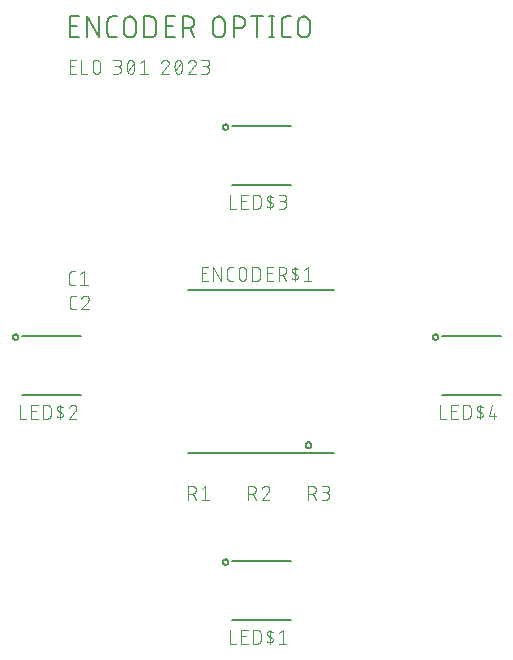
<source format=gbr>
G04 EAGLE Gerber RS-274X export*
G75*
%MOMM*%
%FSLAX34Y34*%
%LPD*%
%INSilkscreen Top*%
%IPPOS*%
%AMOC8*
5,1,8,0,0,1.08239X$1,22.5*%
G01*
%ADD10C,0.152400*%
%ADD11C,0.101600*%
%ADD12C,0.127000*%


D10*
X189004Y518922D02*
X181102Y518922D01*
X181102Y536702D01*
X189004Y536702D01*
X187029Y528800D02*
X181102Y528800D01*
X195590Y536702D02*
X195590Y518922D01*
X205468Y518922D02*
X195590Y536702D01*
X205468Y536702D02*
X205468Y518922D01*
X216814Y518922D02*
X220765Y518922D01*
X216814Y518922D02*
X216690Y518924D01*
X216566Y518930D01*
X216442Y518940D01*
X216319Y518953D01*
X216196Y518971D01*
X216074Y518992D01*
X215952Y519017D01*
X215831Y519046D01*
X215712Y519079D01*
X215593Y519115D01*
X215476Y519156D01*
X215360Y519199D01*
X215245Y519247D01*
X215132Y519298D01*
X215020Y519353D01*
X214911Y519411D01*
X214803Y519472D01*
X214697Y519537D01*
X214593Y519605D01*
X214492Y519677D01*
X214392Y519751D01*
X214296Y519829D01*
X214201Y519909D01*
X214109Y519993D01*
X214020Y520079D01*
X213934Y520168D01*
X213850Y520260D01*
X213770Y520355D01*
X213692Y520451D01*
X213618Y520551D01*
X213546Y520652D01*
X213478Y520756D01*
X213413Y520862D01*
X213352Y520970D01*
X213294Y521079D01*
X213239Y521191D01*
X213188Y521304D01*
X213140Y521419D01*
X213097Y521535D01*
X213056Y521652D01*
X213020Y521771D01*
X212987Y521890D01*
X212958Y522011D01*
X212933Y522133D01*
X212912Y522255D01*
X212894Y522378D01*
X212881Y522501D01*
X212871Y522625D01*
X212865Y522749D01*
X212863Y522873D01*
X212863Y532751D01*
X212865Y532875D01*
X212871Y532999D01*
X212881Y533123D01*
X212894Y533246D01*
X212912Y533369D01*
X212933Y533491D01*
X212958Y533613D01*
X212987Y533734D01*
X213020Y533853D01*
X213056Y533972D01*
X213097Y534089D01*
X213140Y534205D01*
X213188Y534320D01*
X213239Y534433D01*
X213294Y534545D01*
X213352Y534654D01*
X213413Y534762D01*
X213478Y534868D01*
X213546Y534972D01*
X213618Y535073D01*
X213692Y535173D01*
X213770Y535269D01*
X213850Y535364D01*
X213934Y535456D01*
X214020Y535545D01*
X214109Y535631D01*
X214201Y535715D01*
X214296Y535795D01*
X214392Y535873D01*
X214492Y535947D01*
X214593Y536019D01*
X214697Y536087D01*
X214803Y536152D01*
X214911Y536213D01*
X215020Y536271D01*
X215132Y536326D01*
X215245Y536377D01*
X215360Y536425D01*
X215476Y536468D01*
X215593Y536509D01*
X215712Y536545D01*
X215831Y536578D01*
X215952Y536607D01*
X216074Y536632D01*
X216196Y536653D01*
X216319Y536671D01*
X216442Y536684D01*
X216566Y536694D01*
X216690Y536700D01*
X216814Y536702D01*
X220765Y536702D01*
X226858Y531763D02*
X226858Y523861D01*
X226858Y531763D02*
X226860Y531903D01*
X226866Y532042D01*
X226876Y532182D01*
X226890Y532321D01*
X226907Y532460D01*
X226929Y532598D01*
X226955Y532735D01*
X226984Y532872D01*
X227017Y533008D01*
X227054Y533142D01*
X227095Y533276D01*
X227140Y533408D01*
X227189Y533540D01*
X227241Y533669D01*
X227296Y533797D01*
X227356Y533924D01*
X227419Y534049D01*
X227485Y534172D01*
X227555Y534293D01*
X227628Y534412D01*
X227705Y534529D01*
X227785Y534643D01*
X227868Y534756D01*
X227954Y534866D01*
X228044Y534973D01*
X228136Y535078D01*
X228231Y535180D01*
X228329Y535280D01*
X228430Y535377D01*
X228534Y535471D01*
X228640Y535561D01*
X228749Y535649D01*
X228860Y535734D01*
X228974Y535815D01*
X229089Y535894D01*
X229207Y535969D01*
X229328Y536040D01*
X229450Y536108D01*
X229573Y536173D01*
X229699Y536234D01*
X229827Y536292D01*
X229955Y536346D01*
X230086Y536396D01*
X230218Y536443D01*
X230351Y536486D01*
X230485Y536525D01*
X230620Y536560D01*
X230756Y536591D01*
X230894Y536619D01*
X231031Y536642D01*
X231170Y536662D01*
X231309Y536678D01*
X231448Y536690D01*
X231587Y536698D01*
X231727Y536702D01*
X231867Y536702D01*
X232007Y536698D01*
X232146Y536690D01*
X232285Y536678D01*
X232424Y536662D01*
X232563Y536642D01*
X232700Y536619D01*
X232838Y536591D01*
X232974Y536560D01*
X233109Y536525D01*
X233243Y536486D01*
X233376Y536443D01*
X233508Y536396D01*
X233639Y536346D01*
X233767Y536292D01*
X233895Y536234D01*
X234021Y536173D01*
X234144Y536108D01*
X234267Y536040D01*
X234387Y535969D01*
X234505Y535894D01*
X234620Y535815D01*
X234734Y535734D01*
X234845Y535649D01*
X234954Y535561D01*
X235060Y535471D01*
X235164Y535377D01*
X235265Y535280D01*
X235363Y535180D01*
X235458Y535078D01*
X235550Y534973D01*
X235640Y534866D01*
X235726Y534756D01*
X235809Y534643D01*
X235889Y534529D01*
X235966Y534412D01*
X236039Y534293D01*
X236109Y534172D01*
X236175Y534049D01*
X236238Y533924D01*
X236298Y533797D01*
X236353Y533669D01*
X236405Y533540D01*
X236454Y533408D01*
X236499Y533276D01*
X236540Y533142D01*
X236577Y533008D01*
X236610Y532872D01*
X236639Y532735D01*
X236665Y532598D01*
X236687Y532460D01*
X236704Y532321D01*
X236718Y532182D01*
X236728Y532042D01*
X236734Y531903D01*
X236736Y531763D01*
X236736Y523861D01*
X236734Y523721D01*
X236728Y523582D01*
X236718Y523442D01*
X236704Y523303D01*
X236687Y523164D01*
X236665Y523026D01*
X236639Y522889D01*
X236610Y522752D01*
X236577Y522616D01*
X236540Y522482D01*
X236499Y522348D01*
X236454Y522216D01*
X236405Y522084D01*
X236353Y521955D01*
X236298Y521827D01*
X236238Y521700D01*
X236175Y521575D01*
X236109Y521452D01*
X236039Y521331D01*
X235966Y521212D01*
X235889Y521095D01*
X235809Y520981D01*
X235726Y520868D01*
X235640Y520758D01*
X235550Y520651D01*
X235458Y520546D01*
X235363Y520444D01*
X235265Y520344D01*
X235164Y520247D01*
X235060Y520153D01*
X234954Y520063D01*
X234845Y519975D01*
X234734Y519890D01*
X234620Y519809D01*
X234505Y519730D01*
X234387Y519655D01*
X234267Y519584D01*
X234144Y519516D01*
X234021Y519451D01*
X233895Y519390D01*
X233767Y519332D01*
X233639Y519278D01*
X233508Y519228D01*
X233376Y519181D01*
X233243Y519138D01*
X233109Y519099D01*
X232974Y519064D01*
X232838Y519033D01*
X232700Y519005D01*
X232563Y518982D01*
X232424Y518962D01*
X232285Y518946D01*
X232146Y518934D01*
X232007Y518926D01*
X231867Y518922D01*
X231727Y518922D01*
X231587Y518926D01*
X231448Y518934D01*
X231309Y518946D01*
X231170Y518962D01*
X231031Y518982D01*
X230894Y519005D01*
X230756Y519033D01*
X230620Y519064D01*
X230485Y519099D01*
X230351Y519138D01*
X230218Y519181D01*
X230086Y519228D01*
X229955Y519278D01*
X229827Y519332D01*
X229699Y519390D01*
X229573Y519451D01*
X229450Y519516D01*
X229328Y519584D01*
X229207Y519655D01*
X229089Y519730D01*
X228974Y519809D01*
X228860Y519890D01*
X228749Y519975D01*
X228640Y520063D01*
X228534Y520153D01*
X228430Y520247D01*
X228329Y520344D01*
X228231Y520444D01*
X228136Y520546D01*
X228044Y520651D01*
X227954Y520758D01*
X227868Y520868D01*
X227785Y520981D01*
X227705Y521095D01*
X227628Y521212D01*
X227555Y521331D01*
X227485Y521452D01*
X227419Y521575D01*
X227356Y521700D01*
X227296Y521827D01*
X227241Y521955D01*
X227189Y522084D01*
X227140Y522216D01*
X227095Y522348D01*
X227054Y522482D01*
X227017Y522616D01*
X226984Y522752D01*
X226955Y522889D01*
X226929Y523026D01*
X226907Y523164D01*
X226890Y523303D01*
X226876Y523442D01*
X226866Y523582D01*
X226860Y523721D01*
X226858Y523861D01*
X244167Y518922D02*
X244167Y536702D01*
X249106Y536702D01*
X249245Y536700D01*
X249383Y536694D01*
X249521Y536685D01*
X249659Y536671D01*
X249796Y536654D01*
X249933Y536632D01*
X250070Y536607D01*
X250205Y536578D01*
X250340Y536545D01*
X250473Y536509D01*
X250606Y536469D01*
X250737Y536425D01*
X250867Y536377D01*
X250996Y536326D01*
X251123Y536271D01*
X251249Y536213D01*
X251373Y536151D01*
X251495Y536086D01*
X251615Y536017D01*
X251734Y535945D01*
X251850Y535870D01*
X251964Y535791D01*
X252076Y535709D01*
X252185Y535624D01*
X252293Y535537D01*
X252397Y535446D01*
X252499Y535352D01*
X252598Y535255D01*
X252695Y535156D01*
X252789Y535054D01*
X252880Y534950D01*
X252967Y534842D01*
X253052Y534733D01*
X253134Y534621D01*
X253213Y534507D01*
X253288Y534391D01*
X253360Y534272D01*
X253429Y534152D01*
X253494Y534030D01*
X253556Y533906D01*
X253614Y533780D01*
X253669Y533653D01*
X253720Y533524D01*
X253768Y533394D01*
X253812Y533263D01*
X253852Y533130D01*
X253888Y532997D01*
X253921Y532862D01*
X253950Y532727D01*
X253975Y532590D01*
X253997Y532453D01*
X254014Y532316D01*
X254028Y532178D01*
X254037Y532040D01*
X254043Y531902D01*
X254045Y531763D01*
X254044Y531763D02*
X254044Y523861D01*
X254045Y523861D02*
X254043Y523722D01*
X254037Y523584D01*
X254028Y523446D01*
X254014Y523308D01*
X253997Y523171D01*
X253975Y523034D01*
X253950Y522897D01*
X253921Y522762D01*
X253888Y522627D01*
X253852Y522494D01*
X253812Y522361D01*
X253768Y522230D01*
X253720Y522100D01*
X253669Y521971D01*
X253614Y521844D01*
X253556Y521718D01*
X253494Y521594D01*
X253429Y521472D01*
X253360Y521352D01*
X253288Y521233D01*
X253213Y521117D01*
X253134Y521003D01*
X253052Y520891D01*
X252967Y520782D01*
X252880Y520674D01*
X252789Y520570D01*
X252695Y520468D01*
X252598Y520369D01*
X252499Y520272D01*
X252397Y520178D01*
X252293Y520087D01*
X252185Y520000D01*
X252076Y519915D01*
X251964Y519833D01*
X251850Y519754D01*
X251734Y519679D01*
X251615Y519607D01*
X251495Y519538D01*
X251373Y519473D01*
X251249Y519411D01*
X251123Y519353D01*
X250996Y519298D01*
X250867Y519247D01*
X250737Y519199D01*
X250606Y519155D01*
X250473Y519115D01*
X250340Y519079D01*
X250205Y519046D01*
X250070Y519017D01*
X249933Y518992D01*
X249796Y518970D01*
X249659Y518953D01*
X249521Y518939D01*
X249383Y518930D01*
X249245Y518924D01*
X249106Y518922D01*
X244167Y518922D01*
X262062Y518922D02*
X269965Y518922D01*
X262062Y518922D02*
X262062Y536702D01*
X269965Y536702D01*
X267989Y528800D02*
X262062Y528800D01*
X276636Y536702D02*
X276636Y518922D01*
X276636Y536702D02*
X281575Y536702D01*
X281715Y536700D01*
X281854Y536694D01*
X281994Y536684D01*
X282133Y536670D01*
X282272Y536653D01*
X282410Y536631D01*
X282547Y536605D01*
X282684Y536576D01*
X282820Y536543D01*
X282954Y536506D01*
X283088Y536465D01*
X283220Y536420D01*
X283352Y536371D01*
X283481Y536319D01*
X283609Y536264D01*
X283736Y536204D01*
X283861Y536141D01*
X283984Y536075D01*
X284105Y536005D01*
X284224Y535932D01*
X284341Y535855D01*
X284455Y535775D01*
X284568Y535692D01*
X284678Y535606D01*
X284785Y535516D01*
X284890Y535424D01*
X284992Y535329D01*
X285092Y535231D01*
X285189Y535130D01*
X285283Y535026D01*
X285373Y534920D01*
X285461Y534811D01*
X285546Y534700D01*
X285627Y534586D01*
X285706Y534471D01*
X285781Y534353D01*
X285852Y534233D01*
X285920Y534110D01*
X285985Y533987D01*
X286046Y533861D01*
X286104Y533733D01*
X286158Y533605D01*
X286208Y533474D01*
X286255Y533342D01*
X286298Y533209D01*
X286337Y533075D01*
X286372Y532940D01*
X286403Y532804D01*
X286431Y532666D01*
X286454Y532529D01*
X286474Y532390D01*
X286490Y532251D01*
X286502Y532112D01*
X286510Y531973D01*
X286514Y531833D01*
X286514Y531693D01*
X286510Y531553D01*
X286502Y531414D01*
X286490Y531275D01*
X286474Y531136D01*
X286454Y530997D01*
X286431Y530860D01*
X286403Y530722D01*
X286372Y530586D01*
X286337Y530451D01*
X286298Y530317D01*
X286255Y530184D01*
X286208Y530052D01*
X286158Y529921D01*
X286104Y529793D01*
X286046Y529665D01*
X285985Y529539D01*
X285920Y529416D01*
X285852Y529294D01*
X285781Y529173D01*
X285706Y529055D01*
X285627Y528940D01*
X285546Y528826D01*
X285461Y528715D01*
X285373Y528606D01*
X285283Y528500D01*
X285189Y528396D01*
X285092Y528295D01*
X284992Y528197D01*
X284890Y528102D01*
X284785Y528010D01*
X284678Y527920D01*
X284568Y527834D01*
X284455Y527751D01*
X284341Y527671D01*
X284224Y527594D01*
X284105Y527521D01*
X283984Y527451D01*
X283861Y527385D01*
X283736Y527322D01*
X283609Y527262D01*
X283481Y527207D01*
X283352Y527155D01*
X283220Y527106D01*
X283088Y527061D01*
X282954Y527020D01*
X282820Y526983D01*
X282684Y526950D01*
X282547Y526921D01*
X282410Y526895D01*
X282272Y526873D01*
X282133Y526856D01*
X281994Y526842D01*
X281854Y526832D01*
X281715Y526826D01*
X281575Y526824D01*
X276636Y526824D01*
X282563Y526824D02*
X286514Y518922D01*
X302235Y523861D02*
X302235Y531763D01*
X302237Y531903D01*
X302243Y532042D01*
X302253Y532182D01*
X302267Y532321D01*
X302284Y532460D01*
X302306Y532598D01*
X302332Y532735D01*
X302361Y532872D01*
X302394Y533008D01*
X302431Y533142D01*
X302472Y533276D01*
X302517Y533408D01*
X302566Y533540D01*
X302618Y533669D01*
X302673Y533797D01*
X302733Y533924D01*
X302796Y534049D01*
X302862Y534172D01*
X302932Y534293D01*
X303005Y534412D01*
X303082Y534529D01*
X303162Y534643D01*
X303245Y534756D01*
X303331Y534866D01*
X303421Y534973D01*
X303513Y535078D01*
X303608Y535180D01*
X303706Y535280D01*
X303807Y535377D01*
X303911Y535471D01*
X304017Y535561D01*
X304126Y535649D01*
X304237Y535734D01*
X304351Y535815D01*
X304466Y535894D01*
X304584Y535969D01*
X304705Y536040D01*
X304827Y536108D01*
X304950Y536173D01*
X305076Y536234D01*
X305204Y536292D01*
X305332Y536346D01*
X305463Y536396D01*
X305595Y536443D01*
X305728Y536486D01*
X305862Y536525D01*
X305997Y536560D01*
X306133Y536591D01*
X306271Y536619D01*
X306408Y536642D01*
X306547Y536662D01*
X306686Y536678D01*
X306825Y536690D01*
X306964Y536698D01*
X307104Y536702D01*
X307244Y536702D01*
X307384Y536698D01*
X307523Y536690D01*
X307662Y536678D01*
X307801Y536662D01*
X307940Y536642D01*
X308077Y536619D01*
X308215Y536591D01*
X308351Y536560D01*
X308486Y536525D01*
X308620Y536486D01*
X308753Y536443D01*
X308885Y536396D01*
X309016Y536346D01*
X309144Y536292D01*
X309272Y536234D01*
X309398Y536173D01*
X309521Y536108D01*
X309644Y536040D01*
X309764Y535969D01*
X309882Y535894D01*
X309997Y535815D01*
X310111Y535734D01*
X310222Y535649D01*
X310331Y535561D01*
X310437Y535471D01*
X310541Y535377D01*
X310642Y535280D01*
X310740Y535180D01*
X310835Y535078D01*
X310927Y534973D01*
X311017Y534866D01*
X311103Y534756D01*
X311186Y534643D01*
X311266Y534529D01*
X311343Y534412D01*
X311416Y534293D01*
X311486Y534172D01*
X311552Y534049D01*
X311615Y533924D01*
X311675Y533797D01*
X311730Y533669D01*
X311782Y533540D01*
X311831Y533408D01*
X311876Y533276D01*
X311917Y533142D01*
X311954Y533008D01*
X311987Y532872D01*
X312016Y532735D01*
X312042Y532598D01*
X312064Y532460D01*
X312081Y532321D01*
X312095Y532182D01*
X312105Y532042D01*
X312111Y531903D01*
X312113Y531763D01*
X312113Y523861D01*
X312111Y523721D01*
X312105Y523582D01*
X312095Y523442D01*
X312081Y523303D01*
X312064Y523164D01*
X312042Y523026D01*
X312016Y522889D01*
X311987Y522752D01*
X311954Y522616D01*
X311917Y522482D01*
X311876Y522348D01*
X311831Y522216D01*
X311782Y522084D01*
X311730Y521955D01*
X311675Y521827D01*
X311615Y521700D01*
X311552Y521575D01*
X311486Y521452D01*
X311416Y521331D01*
X311343Y521212D01*
X311266Y521095D01*
X311186Y520981D01*
X311103Y520868D01*
X311017Y520758D01*
X310927Y520651D01*
X310835Y520546D01*
X310740Y520444D01*
X310642Y520344D01*
X310541Y520247D01*
X310437Y520153D01*
X310331Y520063D01*
X310222Y519975D01*
X310111Y519890D01*
X309997Y519809D01*
X309882Y519730D01*
X309764Y519655D01*
X309644Y519584D01*
X309521Y519516D01*
X309398Y519451D01*
X309272Y519390D01*
X309144Y519332D01*
X309016Y519278D01*
X308885Y519228D01*
X308753Y519181D01*
X308620Y519138D01*
X308486Y519099D01*
X308351Y519064D01*
X308215Y519033D01*
X308077Y519005D01*
X307940Y518982D01*
X307801Y518962D01*
X307662Y518946D01*
X307523Y518934D01*
X307384Y518926D01*
X307244Y518922D01*
X307104Y518922D01*
X306964Y518926D01*
X306825Y518934D01*
X306686Y518946D01*
X306547Y518962D01*
X306408Y518982D01*
X306271Y519005D01*
X306133Y519033D01*
X305997Y519064D01*
X305862Y519099D01*
X305728Y519138D01*
X305595Y519181D01*
X305463Y519228D01*
X305332Y519278D01*
X305204Y519332D01*
X305076Y519390D01*
X304950Y519451D01*
X304827Y519516D01*
X304705Y519584D01*
X304584Y519655D01*
X304466Y519730D01*
X304351Y519809D01*
X304237Y519890D01*
X304126Y519975D01*
X304017Y520063D01*
X303911Y520153D01*
X303807Y520247D01*
X303706Y520344D01*
X303608Y520444D01*
X303513Y520546D01*
X303421Y520651D01*
X303331Y520758D01*
X303245Y520868D01*
X303162Y520981D01*
X303082Y521095D01*
X303005Y521212D01*
X302932Y521331D01*
X302862Y521452D01*
X302796Y521575D01*
X302733Y521700D01*
X302673Y521827D01*
X302618Y521955D01*
X302566Y522084D01*
X302517Y522216D01*
X302472Y522348D01*
X302431Y522482D01*
X302394Y522616D01*
X302361Y522752D01*
X302332Y522889D01*
X302306Y523026D01*
X302284Y523164D01*
X302267Y523303D01*
X302253Y523442D01*
X302243Y523582D01*
X302237Y523721D01*
X302235Y523861D01*
X319741Y518922D02*
X319741Y536702D01*
X324680Y536702D01*
X324820Y536700D01*
X324959Y536694D01*
X325099Y536684D01*
X325238Y536670D01*
X325377Y536653D01*
X325515Y536631D01*
X325652Y536605D01*
X325789Y536576D01*
X325925Y536543D01*
X326059Y536506D01*
X326193Y536465D01*
X326325Y536420D01*
X326457Y536371D01*
X326586Y536319D01*
X326714Y536264D01*
X326841Y536204D01*
X326966Y536141D01*
X327089Y536075D01*
X327210Y536005D01*
X327329Y535932D01*
X327446Y535855D01*
X327560Y535775D01*
X327673Y535692D01*
X327783Y535606D01*
X327890Y535516D01*
X327995Y535424D01*
X328097Y535329D01*
X328197Y535231D01*
X328294Y535130D01*
X328388Y535026D01*
X328478Y534920D01*
X328566Y534811D01*
X328651Y534700D01*
X328732Y534586D01*
X328811Y534471D01*
X328886Y534353D01*
X328957Y534233D01*
X329025Y534110D01*
X329090Y533987D01*
X329151Y533861D01*
X329209Y533733D01*
X329263Y533605D01*
X329313Y533474D01*
X329360Y533342D01*
X329403Y533209D01*
X329442Y533075D01*
X329477Y532940D01*
X329508Y532804D01*
X329536Y532666D01*
X329559Y532529D01*
X329579Y532390D01*
X329595Y532251D01*
X329607Y532112D01*
X329615Y531973D01*
X329619Y531833D01*
X329619Y531693D01*
X329615Y531553D01*
X329607Y531414D01*
X329595Y531275D01*
X329579Y531136D01*
X329559Y530997D01*
X329536Y530860D01*
X329508Y530722D01*
X329477Y530586D01*
X329442Y530451D01*
X329403Y530317D01*
X329360Y530184D01*
X329313Y530052D01*
X329263Y529921D01*
X329209Y529793D01*
X329151Y529665D01*
X329090Y529539D01*
X329025Y529416D01*
X328957Y529294D01*
X328886Y529173D01*
X328811Y529055D01*
X328732Y528940D01*
X328651Y528826D01*
X328566Y528715D01*
X328478Y528606D01*
X328388Y528500D01*
X328294Y528396D01*
X328197Y528295D01*
X328097Y528197D01*
X327995Y528102D01*
X327890Y528010D01*
X327783Y527920D01*
X327673Y527834D01*
X327560Y527751D01*
X327446Y527671D01*
X327329Y527594D01*
X327210Y527521D01*
X327089Y527451D01*
X326966Y527385D01*
X326841Y527322D01*
X326714Y527262D01*
X326586Y527207D01*
X326457Y527155D01*
X326325Y527106D01*
X326193Y527061D01*
X326059Y527020D01*
X325925Y526983D01*
X325789Y526950D01*
X325652Y526921D01*
X325515Y526895D01*
X325377Y526873D01*
X325238Y526856D01*
X325099Y526842D01*
X324959Y526832D01*
X324820Y526826D01*
X324680Y526824D01*
X319741Y526824D01*
X339558Y518922D02*
X339558Y536702D01*
X334619Y536702D02*
X344497Y536702D01*
X351842Y536702D02*
X351842Y518922D01*
X353817Y518922D02*
X349866Y518922D01*
X349866Y536702D02*
X353817Y536702D01*
X364218Y518922D02*
X368169Y518922D01*
X364218Y518922D02*
X364094Y518924D01*
X363970Y518930D01*
X363846Y518940D01*
X363723Y518953D01*
X363600Y518971D01*
X363478Y518992D01*
X363356Y519017D01*
X363235Y519046D01*
X363116Y519079D01*
X362997Y519115D01*
X362880Y519156D01*
X362764Y519199D01*
X362649Y519247D01*
X362536Y519298D01*
X362424Y519353D01*
X362315Y519411D01*
X362207Y519472D01*
X362101Y519537D01*
X361997Y519605D01*
X361896Y519677D01*
X361796Y519751D01*
X361700Y519829D01*
X361605Y519909D01*
X361513Y519993D01*
X361424Y520079D01*
X361338Y520168D01*
X361254Y520260D01*
X361174Y520355D01*
X361096Y520451D01*
X361022Y520551D01*
X360950Y520652D01*
X360882Y520756D01*
X360817Y520862D01*
X360756Y520970D01*
X360698Y521079D01*
X360643Y521191D01*
X360592Y521304D01*
X360544Y521419D01*
X360501Y521535D01*
X360460Y521652D01*
X360424Y521771D01*
X360391Y521890D01*
X360362Y522011D01*
X360337Y522133D01*
X360316Y522255D01*
X360298Y522378D01*
X360285Y522501D01*
X360275Y522625D01*
X360269Y522749D01*
X360267Y522873D01*
X360267Y532751D01*
X360269Y532875D01*
X360275Y532999D01*
X360285Y533123D01*
X360298Y533246D01*
X360316Y533369D01*
X360337Y533491D01*
X360362Y533613D01*
X360391Y533734D01*
X360424Y533853D01*
X360460Y533972D01*
X360501Y534089D01*
X360544Y534205D01*
X360592Y534320D01*
X360643Y534433D01*
X360698Y534545D01*
X360756Y534654D01*
X360817Y534762D01*
X360882Y534868D01*
X360950Y534972D01*
X361022Y535073D01*
X361096Y535173D01*
X361174Y535269D01*
X361254Y535364D01*
X361338Y535456D01*
X361424Y535545D01*
X361513Y535631D01*
X361605Y535715D01*
X361700Y535795D01*
X361796Y535873D01*
X361896Y535947D01*
X361997Y536019D01*
X362101Y536087D01*
X362207Y536152D01*
X362315Y536213D01*
X362424Y536271D01*
X362536Y536326D01*
X362649Y536377D01*
X362764Y536425D01*
X362880Y536468D01*
X362997Y536509D01*
X363116Y536545D01*
X363235Y536578D01*
X363356Y536607D01*
X363478Y536632D01*
X363600Y536653D01*
X363723Y536671D01*
X363846Y536684D01*
X363970Y536694D01*
X364094Y536700D01*
X364218Y536702D01*
X368169Y536702D01*
X374262Y531763D02*
X374262Y523861D01*
X374262Y531763D02*
X374264Y531903D01*
X374270Y532042D01*
X374280Y532182D01*
X374294Y532321D01*
X374311Y532460D01*
X374333Y532598D01*
X374359Y532735D01*
X374388Y532872D01*
X374421Y533008D01*
X374458Y533142D01*
X374499Y533276D01*
X374544Y533408D01*
X374593Y533540D01*
X374645Y533669D01*
X374700Y533797D01*
X374760Y533924D01*
X374823Y534049D01*
X374889Y534172D01*
X374959Y534293D01*
X375032Y534412D01*
X375109Y534529D01*
X375189Y534643D01*
X375272Y534756D01*
X375358Y534866D01*
X375448Y534973D01*
X375540Y535078D01*
X375635Y535180D01*
X375733Y535280D01*
X375834Y535377D01*
X375938Y535471D01*
X376044Y535561D01*
X376153Y535649D01*
X376264Y535734D01*
X376378Y535815D01*
X376493Y535894D01*
X376611Y535969D01*
X376732Y536040D01*
X376854Y536108D01*
X376977Y536173D01*
X377103Y536234D01*
X377231Y536292D01*
X377359Y536346D01*
X377490Y536396D01*
X377622Y536443D01*
X377755Y536486D01*
X377889Y536525D01*
X378024Y536560D01*
X378160Y536591D01*
X378298Y536619D01*
X378435Y536642D01*
X378574Y536662D01*
X378713Y536678D01*
X378852Y536690D01*
X378991Y536698D01*
X379131Y536702D01*
X379271Y536702D01*
X379411Y536698D01*
X379550Y536690D01*
X379689Y536678D01*
X379828Y536662D01*
X379967Y536642D01*
X380104Y536619D01*
X380242Y536591D01*
X380378Y536560D01*
X380513Y536525D01*
X380647Y536486D01*
X380780Y536443D01*
X380912Y536396D01*
X381043Y536346D01*
X381171Y536292D01*
X381299Y536234D01*
X381425Y536173D01*
X381548Y536108D01*
X381671Y536040D01*
X381791Y535969D01*
X381909Y535894D01*
X382024Y535815D01*
X382138Y535734D01*
X382249Y535649D01*
X382358Y535561D01*
X382464Y535471D01*
X382568Y535377D01*
X382669Y535280D01*
X382767Y535180D01*
X382862Y535078D01*
X382954Y534973D01*
X383044Y534866D01*
X383130Y534756D01*
X383213Y534643D01*
X383293Y534529D01*
X383370Y534412D01*
X383443Y534293D01*
X383513Y534172D01*
X383579Y534049D01*
X383642Y533924D01*
X383702Y533797D01*
X383757Y533669D01*
X383809Y533540D01*
X383858Y533408D01*
X383903Y533276D01*
X383944Y533142D01*
X383981Y533008D01*
X384014Y532872D01*
X384043Y532735D01*
X384069Y532598D01*
X384091Y532460D01*
X384108Y532321D01*
X384122Y532182D01*
X384132Y532042D01*
X384138Y531903D01*
X384140Y531763D01*
X384139Y531763D02*
X384139Y523861D01*
X384140Y523861D02*
X384138Y523721D01*
X384132Y523582D01*
X384122Y523442D01*
X384108Y523303D01*
X384091Y523164D01*
X384069Y523026D01*
X384043Y522889D01*
X384014Y522752D01*
X383981Y522616D01*
X383944Y522482D01*
X383903Y522348D01*
X383858Y522216D01*
X383809Y522084D01*
X383757Y521955D01*
X383702Y521827D01*
X383642Y521700D01*
X383579Y521575D01*
X383513Y521452D01*
X383443Y521331D01*
X383370Y521212D01*
X383293Y521095D01*
X383213Y520981D01*
X383130Y520868D01*
X383044Y520758D01*
X382954Y520651D01*
X382862Y520546D01*
X382767Y520444D01*
X382669Y520344D01*
X382568Y520247D01*
X382464Y520153D01*
X382358Y520063D01*
X382249Y519975D01*
X382138Y519890D01*
X382024Y519809D01*
X381909Y519730D01*
X381791Y519655D01*
X381671Y519584D01*
X381548Y519516D01*
X381425Y519451D01*
X381299Y519390D01*
X381171Y519332D01*
X381043Y519278D01*
X380912Y519228D01*
X380780Y519181D01*
X380647Y519138D01*
X380513Y519099D01*
X380378Y519064D01*
X380242Y519033D01*
X380104Y519005D01*
X379967Y518982D01*
X379828Y518962D01*
X379689Y518946D01*
X379550Y518934D01*
X379411Y518926D01*
X379271Y518922D01*
X379131Y518922D01*
X378991Y518926D01*
X378852Y518934D01*
X378713Y518946D01*
X378574Y518962D01*
X378435Y518982D01*
X378298Y519005D01*
X378160Y519033D01*
X378024Y519064D01*
X377889Y519099D01*
X377755Y519138D01*
X377622Y519181D01*
X377490Y519228D01*
X377359Y519278D01*
X377231Y519332D01*
X377103Y519390D01*
X376977Y519451D01*
X376854Y519516D01*
X376732Y519584D01*
X376611Y519655D01*
X376493Y519730D01*
X376378Y519809D01*
X376264Y519890D01*
X376153Y519975D01*
X376044Y520063D01*
X375938Y520153D01*
X375834Y520247D01*
X375733Y520344D01*
X375635Y520444D01*
X375540Y520546D01*
X375448Y520651D01*
X375358Y520758D01*
X375272Y520868D01*
X375189Y520981D01*
X375109Y521095D01*
X375032Y521212D01*
X374959Y521331D01*
X374889Y521452D01*
X374823Y521575D01*
X374760Y521700D01*
X374700Y521827D01*
X374645Y521955D01*
X374593Y522084D01*
X374544Y522216D01*
X374499Y522348D01*
X374458Y522482D01*
X374421Y522616D01*
X374388Y522752D01*
X374359Y522889D01*
X374333Y523026D01*
X374311Y523164D01*
X374294Y523303D01*
X374280Y523442D01*
X374270Y523582D01*
X374264Y523721D01*
X374262Y523861D01*
D11*
X186041Y488188D02*
X180848Y488188D01*
X180848Y499872D01*
X186041Y499872D01*
X184743Y494679D02*
X180848Y494679D01*
X190754Y499872D02*
X190754Y488188D01*
X195947Y488188D01*
X200256Y491434D02*
X200256Y496626D01*
X200258Y496739D01*
X200264Y496852D01*
X200274Y496965D01*
X200288Y497078D01*
X200305Y497190D01*
X200327Y497301D01*
X200352Y497411D01*
X200382Y497521D01*
X200415Y497629D01*
X200452Y497736D01*
X200492Y497842D01*
X200537Y497946D01*
X200585Y498049D01*
X200636Y498150D01*
X200691Y498249D01*
X200749Y498346D01*
X200811Y498441D01*
X200876Y498534D01*
X200944Y498624D01*
X201015Y498712D01*
X201090Y498798D01*
X201167Y498881D01*
X201247Y498961D01*
X201330Y499038D01*
X201416Y499113D01*
X201504Y499184D01*
X201594Y499252D01*
X201687Y499317D01*
X201782Y499379D01*
X201879Y499437D01*
X201978Y499492D01*
X202079Y499543D01*
X202182Y499591D01*
X202286Y499636D01*
X202392Y499676D01*
X202499Y499713D01*
X202607Y499746D01*
X202717Y499776D01*
X202827Y499801D01*
X202938Y499823D01*
X203050Y499840D01*
X203163Y499854D01*
X203276Y499864D01*
X203389Y499870D01*
X203502Y499872D01*
X203615Y499870D01*
X203728Y499864D01*
X203841Y499854D01*
X203954Y499840D01*
X204066Y499823D01*
X204177Y499801D01*
X204287Y499776D01*
X204397Y499746D01*
X204505Y499713D01*
X204612Y499676D01*
X204718Y499636D01*
X204822Y499591D01*
X204925Y499543D01*
X205026Y499492D01*
X205125Y499437D01*
X205222Y499379D01*
X205317Y499317D01*
X205410Y499252D01*
X205500Y499184D01*
X205588Y499113D01*
X205674Y499038D01*
X205757Y498961D01*
X205837Y498881D01*
X205914Y498798D01*
X205989Y498712D01*
X206060Y498624D01*
X206128Y498534D01*
X206193Y498441D01*
X206255Y498346D01*
X206313Y498249D01*
X206368Y498150D01*
X206419Y498049D01*
X206467Y497946D01*
X206512Y497842D01*
X206552Y497736D01*
X206589Y497629D01*
X206622Y497521D01*
X206652Y497411D01*
X206677Y497301D01*
X206699Y497190D01*
X206716Y497078D01*
X206730Y496965D01*
X206740Y496852D01*
X206746Y496739D01*
X206748Y496626D01*
X206748Y491434D01*
X206746Y491321D01*
X206740Y491208D01*
X206730Y491095D01*
X206716Y490982D01*
X206699Y490870D01*
X206677Y490759D01*
X206652Y490649D01*
X206622Y490539D01*
X206589Y490431D01*
X206552Y490324D01*
X206512Y490218D01*
X206467Y490114D01*
X206419Y490011D01*
X206368Y489910D01*
X206313Y489811D01*
X206255Y489714D01*
X206193Y489619D01*
X206128Y489526D01*
X206060Y489436D01*
X205989Y489348D01*
X205914Y489262D01*
X205837Y489179D01*
X205757Y489099D01*
X205674Y489022D01*
X205588Y488947D01*
X205500Y488876D01*
X205410Y488808D01*
X205317Y488743D01*
X205222Y488681D01*
X205125Y488623D01*
X205026Y488568D01*
X204925Y488517D01*
X204822Y488469D01*
X204718Y488424D01*
X204612Y488384D01*
X204505Y488347D01*
X204397Y488314D01*
X204287Y488284D01*
X204177Y488259D01*
X204066Y488237D01*
X203954Y488220D01*
X203841Y488206D01*
X203728Y488196D01*
X203615Y488190D01*
X203502Y488188D01*
X203389Y488190D01*
X203276Y488196D01*
X203163Y488206D01*
X203050Y488220D01*
X202938Y488237D01*
X202827Y488259D01*
X202717Y488284D01*
X202607Y488314D01*
X202499Y488347D01*
X202392Y488384D01*
X202286Y488424D01*
X202182Y488469D01*
X202079Y488517D01*
X201978Y488568D01*
X201879Y488623D01*
X201782Y488681D01*
X201687Y488743D01*
X201594Y488808D01*
X201504Y488876D01*
X201416Y488947D01*
X201330Y489022D01*
X201247Y489099D01*
X201167Y489179D01*
X201090Y489262D01*
X201015Y489348D01*
X200944Y489436D01*
X200876Y489526D01*
X200811Y489619D01*
X200749Y489714D01*
X200691Y489811D01*
X200636Y489910D01*
X200585Y490011D01*
X200537Y490114D01*
X200492Y490218D01*
X200452Y490324D01*
X200415Y490431D01*
X200382Y490539D01*
X200352Y490649D01*
X200327Y490759D01*
X200305Y490870D01*
X200288Y490982D01*
X200274Y491095D01*
X200264Y491208D01*
X200258Y491321D01*
X200256Y491434D01*
X217782Y488188D02*
X221028Y488188D01*
X221141Y488190D01*
X221254Y488196D01*
X221367Y488206D01*
X221480Y488220D01*
X221592Y488237D01*
X221703Y488259D01*
X221813Y488284D01*
X221923Y488314D01*
X222031Y488347D01*
X222138Y488384D01*
X222244Y488424D01*
X222348Y488469D01*
X222451Y488517D01*
X222552Y488568D01*
X222651Y488623D01*
X222748Y488681D01*
X222843Y488743D01*
X222936Y488808D01*
X223026Y488876D01*
X223114Y488947D01*
X223200Y489022D01*
X223283Y489099D01*
X223363Y489179D01*
X223440Y489262D01*
X223515Y489348D01*
X223586Y489436D01*
X223654Y489526D01*
X223719Y489619D01*
X223781Y489714D01*
X223839Y489811D01*
X223894Y489910D01*
X223945Y490011D01*
X223993Y490114D01*
X224038Y490218D01*
X224078Y490324D01*
X224115Y490431D01*
X224148Y490539D01*
X224178Y490649D01*
X224203Y490759D01*
X224225Y490870D01*
X224242Y490982D01*
X224256Y491095D01*
X224266Y491208D01*
X224272Y491321D01*
X224274Y491434D01*
X224272Y491547D01*
X224266Y491660D01*
X224256Y491773D01*
X224242Y491886D01*
X224225Y491998D01*
X224203Y492109D01*
X224178Y492219D01*
X224148Y492329D01*
X224115Y492437D01*
X224078Y492544D01*
X224038Y492650D01*
X223993Y492754D01*
X223945Y492857D01*
X223894Y492958D01*
X223839Y493057D01*
X223781Y493154D01*
X223719Y493249D01*
X223654Y493342D01*
X223586Y493432D01*
X223515Y493520D01*
X223440Y493606D01*
X223363Y493689D01*
X223283Y493769D01*
X223200Y493846D01*
X223114Y493921D01*
X223026Y493992D01*
X222936Y494060D01*
X222843Y494125D01*
X222748Y494187D01*
X222651Y494245D01*
X222552Y494300D01*
X222451Y494351D01*
X222348Y494399D01*
X222244Y494444D01*
X222138Y494484D01*
X222031Y494521D01*
X221923Y494554D01*
X221813Y494584D01*
X221703Y494609D01*
X221592Y494631D01*
X221480Y494648D01*
X221367Y494662D01*
X221254Y494672D01*
X221141Y494678D01*
X221028Y494680D01*
X221677Y499872D02*
X217782Y499872D01*
X221677Y499872D02*
X221778Y499870D01*
X221878Y499864D01*
X221978Y499854D01*
X222078Y499841D01*
X222177Y499823D01*
X222276Y499802D01*
X222373Y499777D01*
X222470Y499748D01*
X222565Y499715D01*
X222659Y499679D01*
X222751Y499639D01*
X222842Y499596D01*
X222931Y499549D01*
X223018Y499499D01*
X223104Y499445D01*
X223187Y499388D01*
X223267Y499328D01*
X223346Y499265D01*
X223422Y499198D01*
X223495Y499129D01*
X223565Y499057D01*
X223633Y498983D01*
X223698Y498906D01*
X223759Y498826D01*
X223818Y498744D01*
X223873Y498660D01*
X223925Y498574D01*
X223974Y498486D01*
X224019Y498396D01*
X224061Y498304D01*
X224099Y498211D01*
X224133Y498116D01*
X224164Y498021D01*
X224191Y497924D01*
X224214Y497826D01*
X224234Y497727D01*
X224249Y497627D01*
X224261Y497527D01*
X224269Y497427D01*
X224273Y497326D01*
X224273Y497226D01*
X224269Y497125D01*
X224261Y497025D01*
X224249Y496925D01*
X224234Y496825D01*
X224214Y496726D01*
X224191Y496628D01*
X224164Y496531D01*
X224133Y496436D01*
X224099Y496341D01*
X224061Y496248D01*
X224019Y496156D01*
X223974Y496066D01*
X223925Y495978D01*
X223873Y495892D01*
X223818Y495808D01*
X223759Y495726D01*
X223698Y495646D01*
X223633Y495569D01*
X223565Y495495D01*
X223495Y495423D01*
X223422Y495354D01*
X223346Y495287D01*
X223267Y495224D01*
X223187Y495164D01*
X223104Y495107D01*
X223018Y495053D01*
X222931Y495003D01*
X222842Y494956D01*
X222751Y494913D01*
X222659Y494873D01*
X222565Y494837D01*
X222470Y494804D01*
X222373Y494775D01*
X222276Y494750D01*
X222177Y494729D01*
X222078Y494711D01*
X221978Y494698D01*
X221878Y494688D01*
X221778Y494682D01*
X221677Y494680D01*
X221677Y494679D02*
X219081Y494679D01*
X229213Y494030D02*
X229216Y494260D01*
X229224Y494490D01*
X229238Y494719D01*
X229257Y494948D01*
X229282Y495177D01*
X229312Y495404D01*
X229347Y495632D01*
X229388Y495858D01*
X229434Y496083D01*
X229486Y496307D01*
X229543Y496529D01*
X229605Y496751D01*
X229673Y496970D01*
X229746Y497188D01*
X229824Y497405D01*
X229907Y497619D01*
X229995Y497831D01*
X230088Y498041D01*
X230187Y498249D01*
X230186Y498249D02*
X230219Y498339D01*
X230255Y498428D01*
X230295Y498516D01*
X230339Y498601D01*
X230386Y498685D01*
X230436Y498767D01*
X230490Y498847D01*
X230546Y498924D01*
X230606Y499000D01*
X230669Y499073D01*
X230734Y499143D01*
X230803Y499211D01*
X230874Y499275D01*
X230947Y499337D01*
X231023Y499396D01*
X231101Y499452D01*
X231182Y499505D01*
X231264Y499554D01*
X231348Y499600D01*
X231435Y499643D01*
X231522Y499682D01*
X231612Y499718D01*
X231702Y499750D01*
X231794Y499778D01*
X231887Y499803D01*
X231981Y499824D01*
X232075Y499841D01*
X232170Y499855D01*
X232266Y499864D01*
X232362Y499870D01*
X232458Y499872D01*
X232554Y499870D01*
X232650Y499864D01*
X232746Y499855D01*
X232841Y499841D01*
X232935Y499824D01*
X233029Y499803D01*
X233122Y499778D01*
X233214Y499750D01*
X233304Y499718D01*
X233394Y499682D01*
X233481Y499643D01*
X233568Y499600D01*
X233652Y499554D01*
X233734Y499505D01*
X233815Y499452D01*
X233893Y499396D01*
X233969Y499337D01*
X234042Y499275D01*
X234113Y499211D01*
X234182Y499143D01*
X234247Y499073D01*
X234310Y499000D01*
X234370Y498924D01*
X234426Y498847D01*
X234480Y498767D01*
X234530Y498685D01*
X234577Y498601D01*
X234621Y498516D01*
X234661Y498428D01*
X234697Y498339D01*
X234730Y498249D01*
X234829Y498042D01*
X234922Y497832D01*
X235010Y497619D01*
X235093Y497405D01*
X235171Y497189D01*
X235244Y496971D01*
X235312Y496751D01*
X235374Y496530D01*
X235431Y496307D01*
X235483Y496083D01*
X235529Y495858D01*
X235570Y495632D01*
X235605Y495405D01*
X235635Y495177D01*
X235660Y494948D01*
X235679Y494719D01*
X235693Y494490D01*
X235701Y494260D01*
X235704Y494030D01*
X229212Y494030D02*
X229215Y493800D01*
X229223Y493570D01*
X229237Y493341D01*
X229256Y493112D01*
X229281Y492883D01*
X229311Y492655D01*
X229346Y492428D01*
X229387Y492202D01*
X229433Y491977D01*
X229485Y491753D01*
X229542Y491530D01*
X229604Y491309D01*
X229672Y491089D01*
X229745Y490871D01*
X229823Y490655D01*
X229906Y490441D01*
X229994Y490229D01*
X230087Y490018D01*
X230186Y489811D01*
X230219Y489721D01*
X230255Y489632D01*
X230296Y489544D01*
X230339Y489459D01*
X230386Y489375D01*
X230436Y489293D01*
X230490Y489213D01*
X230546Y489136D01*
X230606Y489060D01*
X230669Y488987D01*
X230734Y488917D01*
X230803Y488849D01*
X230874Y488785D01*
X230947Y488723D01*
X231023Y488664D01*
X231101Y488608D01*
X231182Y488555D01*
X231264Y488506D01*
X231348Y488460D01*
X231435Y488417D01*
X231522Y488378D01*
X231612Y488342D01*
X231702Y488310D01*
X231794Y488282D01*
X231887Y488257D01*
X231981Y488236D01*
X232075Y488219D01*
X232170Y488205D01*
X232266Y488196D01*
X232362Y488190D01*
X232458Y488188D01*
X234730Y489811D02*
X234829Y490018D01*
X234922Y490229D01*
X235010Y490441D01*
X235093Y490655D01*
X235171Y490871D01*
X235244Y491089D01*
X235312Y491309D01*
X235374Y491530D01*
X235431Y491753D01*
X235483Y491977D01*
X235529Y492202D01*
X235570Y492428D01*
X235605Y492655D01*
X235635Y492883D01*
X235660Y493112D01*
X235679Y493341D01*
X235693Y493570D01*
X235701Y493800D01*
X235704Y494030D01*
X234730Y489811D02*
X234697Y489721D01*
X234661Y489632D01*
X234621Y489544D01*
X234577Y489459D01*
X234530Y489375D01*
X234480Y489293D01*
X234426Y489213D01*
X234370Y489136D01*
X234310Y489060D01*
X234247Y488987D01*
X234182Y488917D01*
X234113Y488849D01*
X234042Y488785D01*
X233969Y488723D01*
X233893Y488664D01*
X233815Y488608D01*
X233734Y488555D01*
X233652Y488506D01*
X233568Y488460D01*
X233481Y488417D01*
X233394Y488378D01*
X233304Y488342D01*
X233214Y488310D01*
X233122Y488282D01*
X233029Y488257D01*
X232935Y488236D01*
X232841Y488219D01*
X232746Y488205D01*
X232650Y488196D01*
X232554Y488190D01*
X232458Y488188D01*
X229861Y490784D02*
X235054Y497276D01*
X240642Y497276D02*
X243888Y499872D01*
X243888Y488188D01*
X247133Y488188D02*
X240642Y488188D01*
X261738Y499872D02*
X261845Y499870D01*
X261951Y499864D01*
X262057Y499854D01*
X262163Y499841D01*
X262269Y499823D01*
X262373Y499802D01*
X262477Y499777D01*
X262580Y499748D01*
X262681Y499716D01*
X262781Y499679D01*
X262880Y499639D01*
X262978Y499596D01*
X263074Y499549D01*
X263168Y499498D01*
X263260Y499444D01*
X263350Y499387D01*
X263438Y499327D01*
X263523Y499263D01*
X263606Y499196D01*
X263687Y499126D01*
X263765Y499054D01*
X263841Y498978D01*
X263913Y498900D01*
X263983Y498819D01*
X264050Y498736D01*
X264114Y498651D01*
X264174Y498563D01*
X264231Y498473D01*
X264285Y498381D01*
X264336Y498287D01*
X264383Y498191D01*
X264426Y498093D01*
X264466Y497994D01*
X264503Y497894D01*
X264535Y497793D01*
X264564Y497690D01*
X264589Y497586D01*
X264610Y497482D01*
X264628Y497376D01*
X264641Y497270D01*
X264651Y497164D01*
X264657Y497058D01*
X264659Y496951D01*
X261738Y499872D02*
X261617Y499870D01*
X261496Y499864D01*
X261376Y499854D01*
X261255Y499841D01*
X261136Y499823D01*
X261016Y499802D01*
X260898Y499777D01*
X260781Y499748D01*
X260664Y499715D01*
X260549Y499679D01*
X260435Y499638D01*
X260322Y499595D01*
X260210Y499547D01*
X260101Y499496D01*
X259993Y499441D01*
X259886Y499383D01*
X259782Y499322D01*
X259680Y499257D01*
X259580Y499189D01*
X259482Y499118D01*
X259386Y499044D01*
X259293Y498967D01*
X259203Y498886D01*
X259115Y498803D01*
X259030Y498717D01*
X258947Y498628D01*
X258868Y498537D01*
X258791Y498443D01*
X258718Y498347D01*
X258648Y498249D01*
X258581Y498148D01*
X258517Y498045D01*
X258457Y497940D01*
X258400Y497833D01*
X258346Y497725D01*
X258296Y497615D01*
X258250Y497503D01*
X258207Y497390D01*
X258168Y497275D01*
X263686Y494679D02*
X263765Y494756D01*
X263841Y494837D01*
X263914Y494920D01*
X263984Y495005D01*
X264051Y495093D01*
X264115Y495183D01*
X264175Y495275D01*
X264232Y495370D01*
X264286Y495466D01*
X264337Y495564D01*
X264384Y495664D01*
X264428Y495766D01*
X264468Y495869D01*
X264504Y495973D01*
X264536Y496079D01*
X264565Y496185D01*
X264590Y496293D01*
X264612Y496401D01*
X264629Y496511D01*
X264643Y496620D01*
X264652Y496730D01*
X264658Y496841D01*
X264660Y496951D01*
X263686Y494679D02*
X258168Y488188D01*
X264659Y488188D01*
X269599Y494030D02*
X269602Y494260D01*
X269610Y494490D01*
X269624Y494719D01*
X269643Y494948D01*
X269668Y495177D01*
X269698Y495404D01*
X269733Y495632D01*
X269774Y495858D01*
X269820Y496083D01*
X269872Y496307D01*
X269929Y496529D01*
X269991Y496751D01*
X270059Y496970D01*
X270132Y497188D01*
X270210Y497405D01*
X270293Y497619D01*
X270381Y497831D01*
X270474Y498041D01*
X270573Y498249D01*
X270572Y498249D02*
X270605Y498339D01*
X270641Y498428D01*
X270681Y498516D01*
X270725Y498601D01*
X270772Y498685D01*
X270822Y498767D01*
X270876Y498847D01*
X270932Y498924D01*
X270992Y499000D01*
X271055Y499073D01*
X271120Y499143D01*
X271189Y499211D01*
X271260Y499275D01*
X271333Y499337D01*
X271409Y499396D01*
X271487Y499452D01*
X271568Y499505D01*
X271650Y499554D01*
X271734Y499600D01*
X271821Y499643D01*
X271908Y499682D01*
X271998Y499718D01*
X272088Y499750D01*
X272180Y499778D01*
X272273Y499803D01*
X272367Y499824D01*
X272461Y499841D01*
X272556Y499855D01*
X272652Y499864D01*
X272748Y499870D01*
X272844Y499872D01*
X272940Y499870D01*
X273036Y499864D01*
X273132Y499855D01*
X273227Y499841D01*
X273321Y499824D01*
X273415Y499803D01*
X273508Y499778D01*
X273600Y499750D01*
X273690Y499718D01*
X273780Y499682D01*
X273867Y499643D01*
X273954Y499600D01*
X274038Y499554D01*
X274120Y499505D01*
X274201Y499452D01*
X274279Y499396D01*
X274355Y499337D01*
X274428Y499275D01*
X274499Y499211D01*
X274568Y499143D01*
X274633Y499073D01*
X274696Y499000D01*
X274756Y498924D01*
X274812Y498847D01*
X274866Y498767D01*
X274916Y498685D01*
X274963Y498601D01*
X275007Y498516D01*
X275047Y498428D01*
X275083Y498339D01*
X275116Y498249D01*
X275215Y498042D01*
X275308Y497832D01*
X275396Y497619D01*
X275479Y497405D01*
X275557Y497189D01*
X275630Y496971D01*
X275698Y496751D01*
X275760Y496530D01*
X275817Y496307D01*
X275869Y496083D01*
X275915Y495858D01*
X275956Y495632D01*
X275991Y495405D01*
X276021Y495177D01*
X276046Y494948D01*
X276065Y494719D01*
X276079Y494490D01*
X276087Y494260D01*
X276090Y494030D01*
X269598Y494030D02*
X269601Y493800D01*
X269609Y493570D01*
X269623Y493341D01*
X269642Y493112D01*
X269667Y492883D01*
X269697Y492655D01*
X269732Y492428D01*
X269773Y492202D01*
X269819Y491977D01*
X269871Y491753D01*
X269928Y491530D01*
X269990Y491309D01*
X270058Y491089D01*
X270131Y490871D01*
X270209Y490655D01*
X270292Y490441D01*
X270380Y490229D01*
X270473Y490018D01*
X270572Y489811D01*
X270605Y489721D01*
X270641Y489632D01*
X270682Y489544D01*
X270725Y489459D01*
X270772Y489375D01*
X270822Y489293D01*
X270876Y489213D01*
X270932Y489136D01*
X270992Y489060D01*
X271055Y488987D01*
X271120Y488917D01*
X271189Y488849D01*
X271260Y488785D01*
X271333Y488723D01*
X271409Y488664D01*
X271487Y488608D01*
X271568Y488555D01*
X271650Y488506D01*
X271734Y488460D01*
X271821Y488417D01*
X271908Y488378D01*
X271998Y488342D01*
X272088Y488310D01*
X272180Y488282D01*
X272273Y488257D01*
X272367Y488236D01*
X272461Y488219D01*
X272556Y488205D01*
X272652Y488196D01*
X272748Y488190D01*
X272844Y488188D01*
X275116Y489811D02*
X275215Y490018D01*
X275308Y490229D01*
X275396Y490441D01*
X275479Y490655D01*
X275557Y490871D01*
X275630Y491089D01*
X275698Y491309D01*
X275760Y491530D01*
X275817Y491753D01*
X275869Y491977D01*
X275915Y492202D01*
X275956Y492428D01*
X275991Y492655D01*
X276021Y492883D01*
X276046Y493112D01*
X276065Y493341D01*
X276079Y493570D01*
X276087Y493800D01*
X276090Y494030D01*
X275116Y489811D02*
X275083Y489721D01*
X275047Y489632D01*
X275007Y489544D01*
X274963Y489459D01*
X274916Y489375D01*
X274866Y489293D01*
X274812Y489213D01*
X274756Y489136D01*
X274696Y489060D01*
X274633Y488987D01*
X274568Y488917D01*
X274499Y488849D01*
X274428Y488785D01*
X274355Y488723D01*
X274279Y488664D01*
X274201Y488608D01*
X274120Y488555D01*
X274038Y488506D01*
X273954Y488460D01*
X273867Y488417D01*
X273780Y488378D01*
X273690Y488342D01*
X273600Y488310D01*
X273508Y488282D01*
X273415Y488257D01*
X273321Y488236D01*
X273227Y488219D01*
X273132Y488205D01*
X273036Y488196D01*
X272940Y488190D01*
X272844Y488188D01*
X270247Y490784D02*
X275440Y497276D01*
X284598Y499872D02*
X284705Y499870D01*
X284811Y499864D01*
X284917Y499854D01*
X285023Y499841D01*
X285129Y499823D01*
X285233Y499802D01*
X285337Y499777D01*
X285440Y499748D01*
X285541Y499716D01*
X285641Y499679D01*
X285740Y499639D01*
X285838Y499596D01*
X285934Y499549D01*
X286028Y499498D01*
X286120Y499444D01*
X286210Y499387D01*
X286298Y499327D01*
X286383Y499263D01*
X286466Y499196D01*
X286547Y499126D01*
X286625Y499054D01*
X286701Y498978D01*
X286773Y498900D01*
X286843Y498819D01*
X286910Y498736D01*
X286974Y498651D01*
X287034Y498563D01*
X287091Y498473D01*
X287145Y498381D01*
X287196Y498287D01*
X287243Y498191D01*
X287286Y498093D01*
X287326Y497994D01*
X287363Y497894D01*
X287395Y497793D01*
X287424Y497690D01*
X287449Y497586D01*
X287470Y497482D01*
X287488Y497376D01*
X287501Y497270D01*
X287511Y497164D01*
X287517Y497058D01*
X287519Y496951D01*
X284598Y499872D02*
X284477Y499870D01*
X284356Y499864D01*
X284236Y499854D01*
X284115Y499841D01*
X283996Y499823D01*
X283876Y499802D01*
X283758Y499777D01*
X283641Y499748D01*
X283524Y499715D01*
X283409Y499679D01*
X283295Y499638D01*
X283182Y499595D01*
X283070Y499547D01*
X282961Y499496D01*
X282853Y499441D01*
X282746Y499383D01*
X282642Y499322D01*
X282540Y499257D01*
X282440Y499189D01*
X282342Y499118D01*
X282246Y499044D01*
X282153Y498967D01*
X282063Y498886D01*
X281975Y498803D01*
X281890Y498717D01*
X281807Y498628D01*
X281728Y498537D01*
X281651Y498443D01*
X281578Y498347D01*
X281508Y498249D01*
X281441Y498148D01*
X281377Y498045D01*
X281317Y497940D01*
X281260Y497833D01*
X281206Y497725D01*
X281156Y497615D01*
X281110Y497503D01*
X281067Y497390D01*
X281028Y497275D01*
X286546Y494679D02*
X286625Y494756D01*
X286701Y494837D01*
X286774Y494920D01*
X286844Y495005D01*
X286911Y495093D01*
X286975Y495183D01*
X287035Y495275D01*
X287092Y495370D01*
X287146Y495466D01*
X287197Y495564D01*
X287244Y495664D01*
X287288Y495766D01*
X287328Y495869D01*
X287364Y495973D01*
X287396Y496079D01*
X287425Y496185D01*
X287450Y496293D01*
X287472Y496401D01*
X287489Y496511D01*
X287503Y496620D01*
X287512Y496730D01*
X287518Y496841D01*
X287520Y496951D01*
X286546Y494679D02*
X281028Y488188D01*
X287519Y488188D01*
X292458Y488188D02*
X295704Y488188D01*
X295817Y488190D01*
X295930Y488196D01*
X296043Y488206D01*
X296156Y488220D01*
X296268Y488237D01*
X296379Y488259D01*
X296489Y488284D01*
X296599Y488314D01*
X296707Y488347D01*
X296814Y488384D01*
X296920Y488424D01*
X297024Y488469D01*
X297127Y488517D01*
X297228Y488568D01*
X297327Y488623D01*
X297424Y488681D01*
X297519Y488743D01*
X297612Y488808D01*
X297702Y488876D01*
X297790Y488947D01*
X297876Y489022D01*
X297959Y489099D01*
X298039Y489179D01*
X298116Y489262D01*
X298191Y489348D01*
X298262Y489436D01*
X298330Y489526D01*
X298395Y489619D01*
X298457Y489714D01*
X298515Y489811D01*
X298570Y489910D01*
X298621Y490011D01*
X298669Y490114D01*
X298714Y490218D01*
X298754Y490324D01*
X298791Y490431D01*
X298824Y490539D01*
X298854Y490649D01*
X298879Y490759D01*
X298901Y490870D01*
X298918Y490982D01*
X298932Y491095D01*
X298942Y491208D01*
X298948Y491321D01*
X298950Y491434D01*
X298948Y491547D01*
X298942Y491660D01*
X298932Y491773D01*
X298918Y491886D01*
X298901Y491998D01*
X298879Y492109D01*
X298854Y492219D01*
X298824Y492329D01*
X298791Y492437D01*
X298754Y492544D01*
X298714Y492650D01*
X298669Y492754D01*
X298621Y492857D01*
X298570Y492958D01*
X298515Y493057D01*
X298457Y493154D01*
X298395Y493249D01*
X298330Y493342D01*
X298262Y493432D01*
X298191Y493520D01*
X298116Y493606D01*
X298039Y493689D01*
X297959Y493769D01*
X297876Y493846D01*
X297790Y493921D01*
X297702Y493992D01*
X297612Y494060D01*
X297519Y494125D01*
X297424Y494187D01*
X297327Y494245D01*
X297228Y494300D01*
X297127Y494351D01*
X297024Y494399D01*
X296920Y494444D01*
X296814Y494484D01*
X296707Y494521D01*
X296599Y494554D01*
X296489Y494584D01*
X296379Y494609D01*
X296268Y494631D01*
X296156Y494648D01*
X296043Y494662D01*
X295930Y494672D01*
X295817Y494678D01*
X295704Y494680D01*
X296353Y499872D02*
X292458Y499872D01*
X296353Y499872D02*
X296454Y499870D01*
X296554Y499864D01*
X296654Y499854D01*
X296754Y499841D01*
X296853Y499823D01*
X296952Y499802D01*
X297049Y499777D01*
X297146Y499748D01*
X297241Y499715D01*
X297335Y499679D01*
X297427Y499639D01*
X297518Y499596D01*
X297607Y499549D01*
X297694Y499499D01*
X297780Y499445D01*
X297863Y499388D01*
X297943Y499328D01*
X298022Y499265D01*
X298098Y499198D01*
X298171Y499129D01*
X298241Y499057D01*
X298309Y498983D01*
X298374Y498906D01*
X298435Y498826D01*
X298494Y498744D01*
X298549Y498660D01*
X298601Y498574D01*
X298650Y498486D01*
X298695Y498396D01*
X298737Y498304D01*
X298775Y498211D01*
X298809Y498116D01*
X298840Y498021D01*
X298867Y497924D01*
X298890Y497826D01*
X298910Y497727D01*
X298925Y497627D01*
X298937Y497527D01*
X298945Y497427D01*
X298949Y497326D01*
X298949Y497226D01*
X298945Y497125D01*
X298937Y497025D01*
X298925Y496925D01*
X298910Y496825D01*
X298890Y496726D01*
X298867Y496628D01*
X298840Y496531D01*
X298809Y496436D01*
X298775Y496341D01*
X298737Y496248D01*
X298695Y496156D01*
X298650Y496066D01*
X298601Y495978D01*
X298549Y495892D01*
X298494Y495808D01*
X298435Y495726D01*
X298374Y495646D01*
X298309Y495569D01*
X298241Y495495D01*
X298171Y495423D01*
X298098Y495354D01*
X298022Y495287D01*
X297943Y495224D01*
X297863Y495164D01*
X297780Y495107D01*
X297694Y495053D01*
X297607Y495003D01*
X297518Y494956D01*
X297427Y494913D01*
X297335Y494873D01*
X297241Y494837D01*
X297146Y494804D01*
X297049Y494775D01*
X296952Y494750D01*
X296853Y494729D01*
X296754Y494711D01*
X296654Y494698D01*
X296554Y494688D01*
X296454Y494682D01*
X296353Y494680D01*
X296353Y494679D02*
X293756Y494679D01*
X185507Y309296D02*
X182911Y309296D01*
X182812Y309298D01*
X182712Y309304D01*
X182613Y309313D01*
X182515Y309326D01*
X182417Y309343D01*
X182319Y309364D01*
X182223Y309389D01*
X182128Y309417D01*
X182034Y309449D01*
X181941Y309484D01*
X181849Y309523D01*
X181759Y309566D01*
X181671Y309611D01*
X181584Y309661D01*
X181500Y309713D01*
X181417Y309769D01*
X181337Y309827D01*
X181259Y309889D01*
X181184Y309954D01*
X181111Y310022D01*
X181041Y310092D01*
X180973Y310165D01*
X180908Y310240D01*
X180846Y310318D01*
X180788Y310398D01*
X180732Y310481D01*
X180680Y310565D01*
X180630Y310652D01*
X180585Y310740D01*
X180542Y310830D01*
X180503Y310922D01*
X180468Y311015D01*
X180436Y311109D01*
X180408Y311204D01*
X180383Y311300D01*
X180362Y311398D01*
X180345Y311496D01*
X180332Y311594D01*
X180323Y311693D01*
X180317Y311793D01*
X180315Y311892D01*
X180315Y318383D01*
X180317Y318482D01*
X180323Y318582D01*
X180332Y318681D01*
X180345Y318779D01*
X180362Y318877D01*
X180383Y318975D01*
X180408Y319071D01*
X180436Y319166D01*
X180468Y319260D01*
X180503Y319353D01*
X180542Y319445D01*
X180585Y319535D01*
X180630Y319623D01*
X180680Y319710D01*
X180732Y319794D01*
X180788Y319877D01*
X180846Y319957D01*
X180908Y320035D01*
X180973Y320110D01*
X181041Y320183D01*
X181111Y320253D01*
X181184Y320321D01*
X181259Y320386D01*
X181337Y320448D01*
X181417Y320506D01*
X181500Y320562D01*
X181584Y320614D01*
X181671Y320664D01*
X181759Y320709D01*
X181849Y320752D01*
X181941Y320791D01*
X182033Y320826D01*
X182128Y320858D01*
X182223Y320886D01*
X182319Y320911D01*
X182417Y320932D01*
X182515Y320949D01*
X182613Y320962D01*
X182712Y320971D01*
X182812Y320977D01*
X182911Y320979D01*
X182911Y320980D02*
X185507Y320980D01*
X189873Y318383D02*
X193118Y320980D01*
X193118Y309296D01*
X189873Y309296D02*
X196364Y309296D01*
X186142Y288671D02*
X183546Y288671D01*
X183447Y288673D01*
X183347Y288679D01*
X183248Y288688D01*
X183150Y288701D01*
X183052Y288718D01*
X182954Y288739D01*
X182858Y288764D01*
X182763Y288792D01*
X182669Y288824D01*
X182576Y288859D01*
X182484Y288898D01*
X182394Y288941D01*
X182306Y288986D01*
X182219Y289036D01*
X182135Y289088D01*
X182052Y289144D01*
X181972Y289202D01*
X181894Y289264D01*
X181819Y289329D01*
X181746Y289397D01*
X181676Y289467D01*
X181608Y289540D01*
X181543Y289615D01*
X181481Y289693D01*
X181423Y289773D01*
X181367Y289856D01*
X181315Y289940D01*
X181265Y290027D01*
X181220Y290115D01*
X181177Y290205D01*
X181138Y290297D01*
X181103Y290390D01*
X181071Y290484D01*
X181043Y290579D01*
X181018Y290675D01*
X180997Y290773D01*
X180980Y290871D01*
X180967Y290969D01*
X180958Y291068D01*
X180952Y291168D01*
X180950Y291267D01*
X180950Y297759D01*
X180952Y297858D01*
X180958Y297958D01*
X180967Y298057D01*
X180980Y298155D01*
X180997Y298253D01*
X181018Y298351D01*
X181043Y298447D01*
X181071Y298542D01*
X181103Y298636D01*
X181138Y298729D01*
X181177Y298821D01*
X181220Y298911D01*
X181265Y298999D01*
X181315Y299086D01*
X181367Y299170D01*
X181423Y299253D01*
X181481Y299333D01*
X181543Y299411D01*
X181608Y299486D01*
X181676Y299559D01*
X181746Y299629D01*
X181819Y299697D01*
X181894Y299762D01*
X181972Y299824D01*
X182052Y299882D01*
X182135Y299938D01*
X182219Y299990D01*
X182306Y300040D01*
X182394Y300085D01*
X182484Y300128D01*
X182576Y300167D01*
X182668Y300202D01*
X182763Y300234D01*
X182858Y300262D01*
X182954Y300287D01*
X183052Y300308D01*
X183150Y300325D01*
X183248Y300338D01*
X183347Y300347D01*
X183447Y300353D01*
X183546Y300355D01*
X186142Y300355D01*
X194078Y300355D02*
X194185Y300353D01*
X194291Y300347D01*
X194397Y300337D01*
X194503Y300324D01*
X194609Y300306D01*
X194713Y300285D01*
X194817Y300260D01*
X194920Y300231D01*
X195021Y300199D01*
X195121Y300162D01*
X195220Y300122D01*
X195318Y300079D01*
X195414Y300032D01*
X195508Y299981D01*
X195600Y299927D01*
X195690Y299870D01*
X195778Y299810D01*
X195863Y299746D01*
X195946Y299679D01*
X196027Y299609D01*
X196105Y299537D01*
X196181Y299461D01*
X196253Y299383D01*
X196323Y299302D01*
X196390Y299219D01*
X196454Y299134D01*
X196514Y299046D01*
X196571Y298956D01*
X196625Y298864D01*
X196676Y298770D01*
X196723Y298674D01*
X196766Y298576D01*
X196806Y298477D01*
X196843Y298377D01*
X196875Y298276D01*
X196904Y298173D01*
X196929Y298069D01*
X196950Y297965D01*
X196968Y297859D01*
X196981Y297753D01*
X196991Y297647D01*
X196997Y297541D01*
X196999Y297434D01*
X194078Y300355D02*
X193957Y300353D01*
X193836Y300347D01*
X193716Y300337D01*
X193595Y300324D01*
X193476Y300306D01*
X193356Y300285D01*
X193238Y300260D01*
X193121Y300231D01*
X193004Y300198D01*
X192889Y300162D01*
X192775Y300121D01*
X192662Y300078D01*
X192550Y300030D01*
X192441Y299979D01*
X192333Y299924D01*
X192226Y299866D01*
X192122Y299805D01*
X192020Y299740D01*
X191920Y299672D01*
X191822Y299601D01*
X191726Y299527D01*
X191633Y299450D01*
X191543Y299369D01*
X191455Y299286D01*
X191370Y299200D01*
X191287Y299111D01*
X191208Y299020D01*
X191131Y298926D01*
X191058Y298830D01*
X190988Y298732D01*
X190921Y298631D01*
X190857Y298528D01*
X190797Y298423D01*
X190740Y298316D01*
X190686Y298208D01*
X190636Y298098D01*
X190590Y297986D01*
X190547Y297873D01*
X190508Y297758D01*
X196025Y295162D02*
X196104Y295239D01*
X196180Y295320D01*
X196253Y295403D01*
X196323Y295488D01*
X196390Y295576D01*
X196454Y295666D01*
X196514Y295758D01*
X196571Y295853D01*
X196625Y295949D01*
X196676Y296047D01*
X196723Y296147D01*
X196767Y296249D01*
X196807Y296352D01*
X196843Y296456D01*
X196875Y296562D01*
X196904Y296668D01*
X196929Y296776D01*
X196951Y296884D01*
X196968Y296994D01*
X196982Y297103D01*
X196991Y297213D01*
X196997Y297324D01*
X196999Y297434D01*
X196025Y295162D02*
X190508Y288671D01*
X196999Y288671D01*
D10*
X280900Y167300D02*
X404900Y167300D01*
X404900Y304800D02*
X280900Y304800D01*
X380579Y173800D02*
X380581Y173898D01*
X380587Y173996D01*
X380597Y174094D01*
X380611Y174191D01*
X380629Y174287D01*
X380650Y174383D01*
X380676Y174478D01*
X380705Y174571D01*
X380738Y174664D01*
X380775Y174755D01*
X380816Y174844D01*
X380860Y174932D01*
X380907Y175018D01*
X380959Y175101D01*
X381013Y175183D01*
X381071Y175262D01*
X381131Y175339D01*
X381195Y175414D01*
X381262Y175486D01*
X381332Y175555D01*
X381404Y175621D01*
X381480Y175684D01*
X381557Y175744D01*
X381637Y175801D01*
X381719Y175855D01*
X381804Y175905D01*
X381890Y175952D01*
X381978Y175995D01*
X382068Y176034D01*
X382159Y176070D01*
X382252Y176103D01*
X382346Y176131D01*
X382441Y176156D01*
X382537Y176176D01*
X382633Y176193D01*
X382731Y176206D01*
X382828Y176215D01*
X382926Y176220D01*
X383025Y176221D01*
X383123Y176218D01*
X383221Y176211D01*
X383318Y176200D01*
X383415Y176185D01*
X383511Y176166D01*
X383607Y176144D01*
X383701Y176117D01*
X383795Y176087D01*
X383887Y176053D01*
X383977Y176015D01*
X384066Y175974D01*
X384153Y175929D01*
X384239Y175880D01*
X384322Y175828D01*
X384403Y175773D01*
X384482Y175714D01*
X384558Y175653D01*
X384632Y175588D01*
X384703Y175521D01*
X384772Y175450D01*
X384837Y175377D01*
X384899Y175301D01*
X384959Y175223D01*
X385015Y175142D01*
X385067Y175060D01*
X385117Y174975D01*
X385163Y174888D01*
X385205Y174800D01*
X385244Y174709D01*
X385279Y174618D01*
X385310Y174525D01*
X385337Y174431D01*
X385361Y174335D01*
X385381Y174239D01*
X385397Y174142D01*
X385409Y174045D01*
X385417Y173947D01*
X385421Y173849D01*
X385421Y173751D01*
X385417Y173653D01*
X385409Y173555D01*
X385397Y173458D01*
X385381Y173361D01*
X385361Y173265D01*
X385337Y173169D01*
X385310Y173075D01*
X385279Y172982D01*
X385244Y172891D01*
X385205Y172800D01*
X385163Y172712D01*
X385117Y172625D01*
X385067Y172540D01*
X385015Y172458D01*
X384959Y172377D01*
X384899Y172299D01*
X384837Y172223D01*
X384772Y172150D01*
X384703Y172079D01*
X384632Y172012D01*
X384558Y171947D01*
X384482Y171886D01*
X384403Y171827D01*
X384322Y171772D01*
X384239Y171720D01*
X384153Y171671D01*
X384066Y171626D01*
X383977Y171585D01*
X383887Y171547D01*
X383795Y171513D01*
X383701Y171483D01*
X383607Y171456D01*
X383511Y171434D01*
X383415Y171415D01*
X383318Y171400D01*
X383221Y171389D01*
X383123Y171382D01*
X383025Y171379D01*
X382926Y171380D01*
X382828Y171385D01*
X382731Y171394D01*
X382633Y171407D01*
X382537Y171424D01*
X382441Y171444D01*
X382346Y171469D01*
X382252Y171497D01*
X382159Y171530D01*
X382068Y171566D01*
X381978Y171605D01*
X381890Y171648D01*
X381804Y171695D01*
X381719Y171745D01*
X381637Y171799D01*
X381557Y171856D01*
X381480Y171916D01*
X381404Y171979D01*
X381332Y172045D01*
X381262Y172114D01*
X381195Y172186D01*
X381131Y172261D01*
X381071Y172338D01*
X381013Y172417D01*
X380959Y172499D01*
X380907Y172582D01*
X380860Y172668D01*
X380816Y172756D01*
X380775Y172845D01*
X380738Y172936D01*
X380705Y173029D01*
X380676Y173122D01*
X380650Y173217D01*
X380629Y173313D01*
X380611Y173409D01*
X380597Y173506D01*
X380587Y173604D01*
X380581Y173702D01*
X380579Y173800D01*
D11*
X297801Y312928D02*
X292608Y312928D01*
X292608Y324612D01*
X297801Y324612D01*
X296503Y319419D02*
X292608Y319419D01*
X302491Y324612D02*
X302491Y312928D01*
X308983Y312928D02*
X302491Y324612D01*
X308983Y324612D02*
X308983Y312928D01*
X316866Y312928D02*
X319462Y312928D01*
X316866Y312928D02*
X316767Y312930D01*
X316667Y312936D01*
X316568Y312945D01*
X316470Y312958D01*
X316372Y312975D01*
X316274Y312996D01*
X316178Y313021D01*
X316083Y313049D01*
X315989Y313081D01*
X315896Y313116D01*
X315804Y313155D01*
X315714Y313198D01*
X315626Y313243D01*
X315539Y313293D01*
X315455Y313345D01*
X315372Y313401D01*
X315292Y313459D01*
X315214Y313521D01*
X315139Y313586D01*
X315066Y313654D01*
X314996Y313724D01*
X314928Y313797D01*
X314863Y313872D01*
X314801Y313950D01*
X314743Y314030D01*
X314687Y314113D01*
X314635Y314197D01*
X314585Y314284D01*
X314540Y314372D01*
X314497Y314462D01*
X314458Y314554D01*
X314423Y314647D01*
X314391Y314741D01*
X314363Y314836D01*
X314338Y314932D01*
X314317Y315030D01*
X314300Y315128D01*
X314287Y315226D01*
X314278Y315325D01*
X314272Y315425D01*
X314270Y315524D01*
X314269Y315524D02*
X314269Y322016D01*
X314270Y322016D02*
X314272Y322115D01*
X314278Y322215D01*
X314287Y322314D01*
X314300Y322412D01*
X314317Y322510D01*
X314338Y322608D01*
X314363Y322704D01*
X314391Y322799D01*
X314423Y322893D01*
X314458Y322986D01*
X314497Y323078D01*
X314540Y323168D01*
X314585Y323256D01*
X314635Y323343D01*
X314687Y323427D01*
X314743Y323510D01*
X314801Y323590D01*
X314863Y323668D01*
X314928Y323743D01*
X314996Y323816D01*
X315066Y323886D01*
X315139Y323954D01*
X315214Y324019D01*
X315292Y324081D01*
X315372Y324139D01*
X315455Y324195D01*
X315539Y324247D01*
X315626Y324297D01*
X315714Y324342D01*
X315804Y324385D01*
X315896Y324424D01*
X315988Y324459D01*
X316083Y324491D01*
X316178Y324519D01*
X316274Y324544D01*
X316372Y324565D01*
X316470Y324582D01*
X316568Y324595D01*
X316667Y324604D01*
X316767Y324610D01*
X316866Y324612D01*
X319462Y324612D01*
X323827Y321366D02*
X323827Y316174D01*
X323827Y321366D02*
X323829Y321479D01*
X323835Y321592D01*
X323845Y321705D01*
X323859Y321818D01*
X323876Y321930D01*
X323898Y322041D01*
X323923Y322151D01*
X323953Y322261D01*
X323986Y322369D01*
X324023Y322476D01*
X324063Y322582D01*
X324108Y322686D01*
X324156Y322789D01*
X324207Y322890D01*
X324262Y322989D01*
X324320Y323086D01*
X324382Y323181D01*
X324447Y323274D01*
X324515Y323364D01*
X324586Y323452D01*
X324661Y323538D01*
X324738Y323621D01*
X324818Y323701D01*
X324901Y323778D01*
X324987Y323853D01*
X325075Y323924D01*
X325165Y323992D01*
X325258Y324057D01*
X325353Y324119D01*
X325450Y324177D01*
X325549Y324232D01*
X325650Y324283D01*
X325753Y324331D01*
X325857Y324376D01*
X325963Y324416D01*
X326070Y324453D01*
X326178Y324486D01*
X326288Y324516D01*
X326398Y324541D01*
X326509Y324563D01*
X326621Y324580D01*
X326734Y324594D01*
X326847Y324604D01*
X326960Y324610D01*
X327073Y324612D01*
X327186Y324610D01*
X327299Y324604D01*
X327412Y324594D01*
X327525Y324580D01*
X327637Y324563D01*
X327748Y324541D01*
X327858Y324516D01*
X327968Y324486D01*
X328076Y324453D01*
X328183Y324416D01*
X328289Y324376D01*
X328393Y324331D01*
X328496Y324283D01*
X328597Y324232D01*
X328696Y324177D01*
X328793Y324119D01*
X328888Y324057D01*
X328981Y323992D01*
X329071Y323924D01*
X329159Y323853D01*
X329245Y323778D01*
X329328Y323701D01*
X329408Y323621D01*
X329485Y323538D01*
X329560Y323452D01*
X329631Y323364D01*
X329699Y323274D01*
X329764Y323181D01*
X329826Y323086D01*
X329884Y322989D01*
X329939Y322890D01*
X329990Y322789D01*
X330038Y322686D01*
X330083Y322582D01*
X330123Y322476D01*
X330160Y322369D01*
X330193Y322261D01*
X330223Y322151D01*
X330248Y322041D01*
X330270Y321930D01*
X330287Y321818D01*
X330301Y321705D01*
X330311Y321592D01*
X330317Y321479D01*
X330319Y321366D01*
X330318Y321366D02*
X330318Y316174D01*
X330319Y316174D02*
X330317Y316061D01*
X330311Y315948D01*
X330301Y315835D01*
X330287Y315722D01*
X330270Y315610D01*
X330248Y315499D01*
X330223Y315389D01*
X330193Y315279D01*
X330160Y315171D01*
X330123Y315064D01*
X330083Y314958D01*
X330038Y314854D01*
X329990Y314751D01*
X329939Y314650D01*
X329884Y314551D01*
X329826Y314454D01*
X329764Y314359D01*
X329699Y314266D01*
X329631Y314176D01*
X329560Y314088D01*
X329485Y314002D01*
X329408Y313919D01*
X329328Y313839D01*
X329245Y313762D01*
X329159Y313687D01*
X329071Y313616D01*
X328981Y313548D01*
X328888Y313483D01*
X328793Y313421D01*
X328696Y313363D01*
X328597Y313308D01*
X328496Y313257D01*
X328393Y313209D01*
X328289Y313164D01*
X328183Y313124D01*
X328076Y313087D01*
X327968Y313054D01*
X327858Y313024D01*
X327748Y312999D01*
X327637Y312977D01*
X327525Y312960D01*
X327412Y312946D01*
X327299Y312936D01*
X327186Y312930D01*
X327073Y312928D01*
X326960Y312930D01*
X326847Y312936D01*
X326734Y312946D01*
X326621Y312960D01*
X326509Y312977D01*
X326398Y312999D01*
X326288Y313024D01*
X326178Y313054D01*
X326070Y313087D01*
X325963Y313124D01*
X325857Y313164D01*
X325753Y313209D01*
X325650Y313257D01*
X325549Y313308D01*
X325450Y313363D01*
X325353Y313421D01*
X325258Y313483D01*
X325165Y313548D01*
X325075Y313616D01*
X324987Y313687D01*
X324901Y313762D01*
X324818Y313839D01*
X324738Y313919D01*
X324661Y314002D01*
X324586Y314088D01*
X324515Y314176D01*
X324447Y314266D01*
X324382Y314359D01*
X324320Y314454D01*
X324262Y314551D01*
X324207Y314650D01*
X324156Y314751D01*
X324108Y314854D01*
X324063Y314958D01*
X324023Y315064D01*
X323986Y315171D01*
X323953Y315279D01*
X323923Y315389D01*
X323898Y315499D01*
X323876Y315610D01*
X323859Y315722D01*
X323845Y315835D01*
X323835Y315948D01*
X323829Y316061D01*
X323827Y316174D01*
X335638Y312928D02*
X335638Y324612D01*
X338884Y324612D01*
X338997Y324610D01*
X339110Y324604D01*
X339223Y324594D01*
X339336Y324580D01*
X339448Y324563D01*
X339559Y324541D01*
X339669Y324516D01*
X339779Y324486D01*
X339887Y324453D01*
X339994Y324416D01*
X340100Y324376D01*
X340204Y324331D01*
X340307Y324283D01*
X340408Y324232D01*
X340507Y324177D01*
X340604Y324119D01*
X340699Y324057D01*
X340792Y323992D01*
X340882Y323924D01*
X340970Y323853D01*
X341056Y323778D01*
X341139Y323701D01*
X341219Y323621D01*
X341296Y323538D01*
X341371Y323452D01*
X341442Y323364D01*
X341510Y323274D01*
X341575Y323181D01*
X341637Y323086D01*
X341695Y322989D01*
X341750Y322890D01*
X341801Y322789D01*
X341849Y322686D01*
X341894Y322582D01*
X341934Y322476D01*
X341971Y322369D01*
X342004Y322261D01*
X342034Y322151D01*
X342059Y322041D01*
X342081Y321930D01*
X342098Y321818D01*
X342112Y321705D01*
X342122Y321592D01*
X342128Y321479D01*
X342130Y321366D01*
X342129Y321366D02*
X342129Y316174D01*
X342130Y316174D02*
X342128Y316061D01*
X342122Y315948D01*
X342112Y315835D01*
X342098Y315722D01*
X342081Y315610D01*
X342059Y315499D01*
X342034Y315389D01*
X342004Y315279D01*
X341971Y315171D01*
X341934Y315064D01*
X341894Y314958D01*
X341849Y314854D01*
X341801Y314751D01*
X341750Y314650D01*
X341695Y314551D01*
X341637Y314454D01*
X341575Y314359D01*
X341510Y314266D01*
X341442Y314176D01*
X341371Y314088D01*
X341296Y314002D01*
X341219Y313919D01*
X341139Y313839D01*
X341056Y313762D01*
X340970Y313687D01*
X340882Y313616D01*
X340792Y313548D01*
X340699Y313483D01*
X340604Y313421D01*
X340507Y313363D01*
X340408Y313308D01*
X340307Y313257D01*
X340204Y313209D01*
X340100Y313164D01*
X339994Y313124D01*
X339887Y313087D01*
X339779Y313054D01*
X339669Y313024D01*
X339559Y312999D01*
X339448Y312977D01*
X339336Y312960D01*
X339223Y312946D01*
X339110Y312936D01*
X338997Y312930D01*
X338884Y312928D01*
X335638Y312928D01*
X347853Y312928D02*
X353046Y312928D01*
X347853Y312928D02*
X347853Y324612D01*
X353046Y324612D01*
X351748Y319419D02*
X347853Y319419D01*
X357810Y324612D02*
X357810Y312928D01*
X357810Y324612D02*
X361055Y324612D01*
X361168Y324610D01*
X361281Y324604D01*
X361394Y324594D01*
X361507Y324580D01*
X361619Y324563D01*
X361730Y324541D01*
X361840Y324516D01*
X361950Y324486D01*
X362058Y324453D01*
X362165Y324416D01*
X362271Y324376D01*
X362375Y324331D01*
X362478Y324283D01*
X362579Y324232D01*
X362678Y324177D01*
X362775Y324119D01*
X362870Y324057D01*
X362963Y323992D01*
X363053Y323924D01*
X363141Y323853D01*
X363227Y323778D01*
X363310Y323701D01*
X363390Y323621D01*
X363467Y323538D01*
X363542Y323452D01*
X363613Y323364D01*
X363681Y323274D01*
X363746Y323181D01*
X363808Y323086D01*
X363866Y322989D01*
X363921Y322890D01*
X363972Y322789D01*
X364020Y322686D01*
X364065Y322582D01*
X364105Y322476D01*
X364142Y322369D01*
X364175Y322261D01*
X364205Y322151D01*
X364230Y322041D01*
X364252Y321930D01*
X364269Y321818D01*
X364283Y321705D01*
X364293Y321592D01*
X364299Y321479D01*
X364301Y321366D01*
X364299Y321253D01*
X364293Y321140D01*
X364283Y321027D01*
X364269Y320914D01*
X364252Y320802D01*
X364230Y320691D01*
X364205Y320581D01*
X364175Y320471D01*
X364142Y320363D01*
X364105Y320256D01*
X364065Y320150D01*
X364020Y320046D01*
X363972Y319943D01*
X363921Y319842D01*
X363866Y319743D01*
X363808Y319646D01*
X363746Y319551D01*
X363681Y319458D01*
X363613Y319368D01*
X363542Y319280D01*
X363467Y319194D01*
X363390Y319111D01*
X363310Y319031D01*
X363227Y318954D01*
X363141Y318879D01*
X363053Y318808D01*
X362963Y318740D01*
X362870Y318675D01*
X362775Y318613D01*
X362678Y318555D01*
X362579Y318500D01*
X362478Y318449D01*
X362375Y318401D01*
X362271Y318356D01*
X362165Y318316D01*
X362058Y318279D01*
X361950Y318246D01*
X361840Y318216D01*
X361730Y318191D01*
X361619Y318169D01*
X361507Y318152D01*
X361394Y318138D01*
X361281Y318128D01*
X361168Y318122D01*
X361055Y318120D01*
X361055Y318121D02*
X357810Y318121D01*
X361705Y318121D02*
X364301Y312928D01*
X371650Y312928D02*
X371650Y324612D01*
X370027Y319744D02*
X371650Y318770D01*
X370027Y319743D02*
X369954Y319790D01*
X369883Y319839D01*
X369813Y319892D01*
X369747Y319948D01*
X369683Y320007D01*
X369621Y320068D01*
X369563Y320132D01*
X369507Y320199D01*
X369455Y320268D01*
X369405Y320340D01*
X369359Y320414D01*
X369316Y320489D01*
X369277Y320567D01*
X369241Y320646D01*
X369209Y320727D01*
X369180Y320809D01*
X369155Y320892D01*
X369134Y320976D01*
X369117Y321061D01*
X369103Y321147D01*
X369094Y321233D01*
X369088Y321320D01*
X369086Y321407D01*
X369088Y321494D01*
X369094Y321581D01*
X369104Y321667D01*
X369117Y321753D01*
X369135Y321838D01*
X369156Y321922D01*
X369181Y322005D01*
X369210Y322088D01*
X369242Y322168D01*
X369278Y322247D01*
X369317Y322325D01*
X369360Y322400D01*
X369407Y322474D01*
X369456Y322545D01*
X369509Y322615D01*
X369564Y322681D01*
X369623Y322745D01*
X369684Y322807D01*
X369749Y322866D01*
X369815Y322921D01*
X369884Y322974D01*
X369956Y323024D01*
X370029Y323070D01*
X370105Y323113D01*
X370182Y323152D01*
X370261Y323188D01*
X370342Y323221D01*
X370424Y323249D01*
X370507Y323275D01*
X370591Y323296D01*
X370677Y323313D01*
X370676Y323314D02*
X370816Y323338D01*
X370958Y323358D01*
X371099Y323374D01*
X371241Y323385D01*
X371384Y323393D01*
X371526Y323397D01*
X371669Y323398D01*
X371812Y323394D01*
X371954Y323386D01*
X372096Y323374D01*
X372238Y323358D01*
X372379Y323339D01*
X372520Y323315D01*
X372660Y323288D01*
X372799Y323256D01*
X372937Y323221D01*
X373075Y323182D01*
X373211Y323139D01*
X373345Y323093D01*
X373479Y323042D01*
X373611Y322989D01*
X373741Y322931D01*
X373870Y322870D01*
X373997Y322805D01*
X374123Y322737D01*
X374246Y322665D01*
X371650Y318770D02*
X373273Y317796D01*
X373273Y317797D02*
X373346Y317750D01*
X373417Y317701D01*
X373487Y317648D01*
X373553Y317592D01*
X373617Y317533D01*
X373679Y317472D01*
X373737Y317408D01*
X373793Y317341D01*
X373845Y317272D01*
X373895Y317200D01*
X373941Y317126D01*
X373984Y317051D01*
X374023Y316973D01*
X374059Y316894D01*
X374091Y316813D01*
X374120Y316731D01*
X374145Y316648D01*
X374166Y316564D01*
X374183Y316479D01*
X374197Y316393D01*
X374206Y316307D01*
X374212Y316220D01*
X374214Y316133D01*
X374212Y316046D01*
X374206Y315959D01*
X374196Y315873D01*
X374183Y315787D01*
X374165Y315702D01*
X374144Y315618D01*
X374119Y315535D01*
X374090Y315452D01*
X374058Y315372D01*
X374022Y315293D01*
X373983Y315215D01*
X373940Y315140D01*
X373893Y315066D01*
X373844Y314995D01*
X373791Y314925D01*
X373736Y314859D01*
X373677Y314795D01*
X373616Y314733D01*
X373551Y314674D01*
X373485Y314619D01*
X373416Y314566D01*
X373344Y314516D01*
X373271Y314470D01*
X373195Y314427D01*
X373118Y314388D01*
X373039Y314352D01*
X372958Y314319D01*
X372876Y314291D01*
X372793Y314265D01*
X372709Y314244D01*
X372624Y314227D01*
X372623Y314226D02*
X372483Y314202D01*
X372341Y314182D01*
X372200Y314166D01*
X372058Y314155D01*
X371915Y314147D01*
X371773Y314143D01*
X371630Y314142D01*
X371487Y314146D01*
X371345Y314154D01*
X371203Y314166D01*
X371061Y314182D01*
X370920Y314201D01*
X370779Y314225D01*
X370639Y314252D01*
X370500Y314284D01*
X370362Y314319D01*
X370224Y314358D01*
X370088Y314401D01*
X369954Y314447D01*
X369820Y314498D01*
X369688Y314551D01*
X369558Y314609D01*
X369429Y314670D01*
X369302Y314735D01*
X369176Y314803D01*
X369053Y314875D01*
X379072Y322016D02*
X382318Y324612D01*
X382318Y312928D01*
X385563Y312928D02*
X379072Y312928D01*
D12*
X367900Y75800D02*
X317900Y75800D01*
X317900Y25800D02*
X367900Y25800D01*
X310664Y74800D02*
X310666Y74894D01*
X310672Y74988D01*
X310682Y75082D01*
X310696Y75175D01*
X310714Y75268D01*
X310735Y75360D01*
X310761Y75450D01*
X310790Y75540D01*
X310823Y75628D01*
X310860Y75715D01*
X310900Y75800D01*
X310944Y75884D01*
X310992Y75965D01*
X311042Y76045D01*
X311097Y76122D01*
X311154Y76197D01*
X311214Y76269D01*
X311278Y76339D01*
X311344Y76406D01*
X311413Y76470D01*
X311485Y76531D01*
X311559Y76589D01*
X311636Y76644D01*
X311715Y76696D01*
X311796Y76744D01*
X311879Y76789D01*
X311963Y76830D01*
X312050Y76868D01*
X312138Y76902D01*
X312227Y76932D01*
X312317Y76959D01*
X312409Y76981D01*
X312501Y77000D01*
X312595Y77015D01*
X312688Y77026D01*
X312782Y77033D01*
X312876Y77036D01*
X312971Y77035D01*
X313065Y77030D01*
X313159Y77021D01*
X313252Y77008D01*
X313345Y76991D01*
X313437Y76971D01*
X313528Y76946D01*
X313618Y76918D01*
X313706Y76886D01*
X313794Y76850D01*
X313879Y76810D01*
X313963Y76767D01*
X314045Y76721D01*
X314125Y76671D01*
X314203Y76617D01*
X314278Y76561D01*
X314351Y76501D01*
X314422Y76438D01*
X314489Y76373D01*
X314554Y76304D01*
X314616Y76233D01*
X314675Y76160D01*
X314731Y76084D01*
X314783Y76005D01*
X314832Y75925D01*
X314878Y75842D01*
X314920Y75758D01*
X314959Y75672D01*
X314994Y75584D01*
X315025Y75495D01*
X315053Y75405D01*
X315076Y75314D01*
X315096Y75222D01*
X315112Y75129D01*
X315124Y75035D01*
X315132Y74941D01*
X315136Y74847D01*
X315136Y74753D01*
X315132Y74659D01*
X315124Y74565D01*
X315112Y74471D01*
X315096Y74378D01*
X315076Y74286D01*
X315053Y74195D01*
X315025Y74105D01*
X314994Y74016D01*
X314959Y73928D01*
X314920Y73842D01*
X314878Y73758D01*
X314832Y73675D01*
X314783Y73595D01*
X314731Y73516D01*
X314675Y73440D01*
X314616Y73367D01*
X314554Y73296D01*
X314489Y73227D01*
X314422Y73162D01*
X314351Y73099D01*
X314278Y73039D01*
X314203Y72983D01*
X314125Y72929D01*
X314045Y72879D01*
X313963Y72833D01*
X313879Y72790D01*
X313794Y72750D01*
X313706Y72714D01*
X313618Y72682D01*
X313528Y72654D01*
X313437Y72629D01*
X313345Y72609D01*
X313252Y72592D01*
X313159Y72579D01*
X313065Y72570D01*
X312971Y72565D01*
X312876Y72564D01*
X312782Y72567D01*
X312688Y72574D01*
X312595Y72585D01*
X312501Y72600D01*
X312409Y72619D01*
X312317Y72641D01*
X312227Y72668D01*
X312138Y72698D01*
X312050Y72732D01*
X311963Y72770D01*
X311879Y72811D01*
X311796Y72856D01*
X311715Y72904D01*
X311636Y72956D01*
X311559Y73011D01*
X311485Y73069D01*
X311413Y73130D01*
X311344Y73194D01*
X311278Y73261D01*
X311214Y73331D01*
X311154Y73403D01*
X311097Y73478D01*
X311042Y73555D01*
X310992Y73635D01*
X310944Y73716D01*
X310900Y73800D01*
X310860Y73885D01*
X310823Y73972D01*
X310790Y74060D01*
X310761Y74150D01*
X310735Y74240D01*
X310714Y74332D01*
X310696Y74425D01*
X310682Y74518D01*
X310672Y74612D01*
X310666Y74706D01*
X310664Y74800D01*
D11*
X316328Y17332D02*
X316328Y5648D01*
X321521Y5648D01*
X326234Y5648D02*
X331427Y5648D01*
X326234Y5648D02*
X326234Y17332D01*
X331427Y17332D01*
X330129Y12139D02*
X326234Y12139D01*
X336117Y17332D02*
X336117Y5648D01*
X336117Y17332D02*
X339363Y17332D01*
X339476Y17330D01*
X339589Y17324D01*
X339702Y17314D01*
X339815Y17300D01*
X339927Y17283D01*
X340038Y17261D01*
X340148Y17236D01*
X340258Y17206D01*
X340366Y17173D01*
X340473Y17136D01*
X340579Y17096D01*
X340683Y17051D01*
X340786Y17003D01*
X340887Y16952D01*
X340986Y16897D01*
X341083Y16839D01*
X341178Y16777D01*
X341271Y16712D01*
X341361Y16644D01*
X341449Y16573D01*
X341535Y16498D01*
X341618Y16421D01*
X341698Y16341D01*
X341775Y16258D01*
X341850Y16172D01*
X341921Y16084D01*
X341989Y15994D01*
X342054Y15901D01*
X342116Y15806D01*
X342174Y15709D01*
X342229Y15610D01*
X342280Y15509D01*
X342328Y15406D01*
X342373Y15302D01*
X342413Y15196D01*
X342450Y15089D01*
X342483Y14981D01*
X342513Y14871D01*
X342538Y14761D01*
X342560Y14650D01*
X342577Y14538D01*
X342591Y14425D01*
X342601Y14312D01*
X342607Y14199D01*
X342609Y14086D01*
X342609Y8894D01*
X342607Y8781D01*
X342601Y8668D01*
X342591Y8555D01*
X342577Y8442D01*
X342560Y8330D01*
X342538Y8219D01*
X342513Y8109D01*
X342483Y7999D01*
X342450Y7891D01*
X342413Y7784D01*
X342373Y7678D01*
X342328Y7574D01*
X342280Y7471D01*
X342229Y7370D01*
X342174Y7271D01*
X342116Y7174D01*
X342054Y7079D01*
X341989Y6986D01*
X341921Y6896D01*
X341850Y6808D01*
X341775Y6722D01*
X341698Y6639D01*
X341618Y6559D01*
X341535Y6482D01*
X341449Y6407D01*
X341361Y6336D01*
X341271Y6268D01*
X341178Y6203D01*
X341083Y6141D01*
X340986Y6083D01*
X340887Y6028D01*
X340786Y5977D01*
X340683Y5929D01*
X340579Y5884D01*
X340473Y5844D01*
X340366Y5807D01*
X340258Y5774D01*
X340148Y5744D01*
X340038Y5719D01*
X339927Y5697D01*
X339815Y5680D01*
X339702Y5666D01*
X339589Y5656D01*
X339476Y5650D01*
X339363Y5648D01*
X336117Y5648D01*
X350412Y5648D02*
X350412Y17332D01*
X348789Y12464D02*
X350412Y11490D01*
X348789Y12463D02*
X348716Y12510D01*
X348645Y12559D01*
X348575Y12612D01*
X348509Y12668D01*
X348445Y12727D01*
X348383Y12788D01*
X348325Y12852D01*
X348269Y12919D01*
X348217Y12988D01*
X348167Y13060D01*
X348121Y13134D01*
X348078Y13209D01*
X348039Y13287D01*
X348003Y13366D01*
X347971Y13447D01*
X347942Y13529D01*
X347917Y13612D01*
X347896Y13696D01*
X347879Y13781D01*
X347865Y13867D01*
X347856Y13953D01*
X347850Y14040D01*
X347848Y14127D01*
X347850Y14214D01*
X347856Y14301D01*
X347866Y14387D01*
X347879Y14473D01*
X347897Y14558D01*
X347918Y14642D01*
X347943Y14725D01*
X347972Y14808D01*
X348004Y14888D01*
X348040Y14967D01*
X348079Y15045D01*
X348122Y15120D01*
X348169Y15194D01*
X348218Y15265D01*
X348271Y15335D01*
X348326Y15401D01*
X348385Y15465D01*
X348446Y15527D01*
X348511Y15586D01*
X348577Y15641D01*
X348646Y15694D01*
X348718Y15744D01*
X348791Y15790D01*
X348867Y15833D01*
X348944Y15872D01*
X349023Y15908D01*
X349104Y15941D01*
X349186Y15969D01*
X349269Y15995D01*
X349353Y16016D01*
X349439Y16033D01*
X349439Y16034D02*
X349579Y16058D01*
X349721Y16078D01*
X349862Y16094D01*
X350004Y16105D01*
X350147Y16113D01*
X350289Y16117D01*
X350432Y16118D01*
X350575Y16114D01*
X350717Y16106D01*
X350859Y16094D01*
X351001Y16078D01*
X351142Y16059D01*
X351283Y16035D01*
X351423Y16008D01*
X351562Y15976D01*
X351700Y15941D01*
X351838Y15902D01*
X351974Y15859D01*
X352108Y15813D01*
X352242Y15762D01*
X352374Y15709D01*
X352504Y15651D01*
X352633Y15590D01*
X352760Y15525D01*
X352886Y15457D01*
X353009Y15385D01*
X350412Y11490D02*
X352035Y10516D01*
X352035Y10517D02*
X352108Y10470D01*
X352179Y10421D01*
X352249Y10368D01*
X352315Y10312D01*
X352379Y10253D01*
X352441Y10192D01*
X352499Y10128D01*
X352555Y10061D01*
X352607Y9992D01*
X352657Y9920D01*
X352703Y9846D01*
X352746Y9771D01*
X352785Y9693D01*
X352821Y9614D01*
X352853Y9533D01*
X352882Y9451D01*
X352907Y9368D01*
X352928Y9284D01*
X352945Y9199D01*
X352959Y9113D01*
X352968Y9027D01*
X352974Y8940D01*
X352976Y8853D01*
X352974Y8766D01*
X352968Y8679D01*
X352958Y8593D01*
X352945Y8507D01*
X352927Y8422D01*
X352906Y8338D01*
X352881Y8255D01*
X352852Y8172D01*
X352820Y8092D01*
X352784Y8013D01*
X352745Y7935D01*
X352702Y7860D01*
X352655Y7786D01*
X352606Y7715D01*
X352553Y7645D01*
X352498Y7579D01*
X352439Y7515D01*
X352378Y7453D01*
X352313Y7394D01*
X352247Y7339D01*
X352178Y7286D01*
X352106Y7236D01*
X352033Y7190D01*
X351957Y7147D01*
X351880Y7108D01*
X351801Y7072D01*
X351720Y7039D01*
X351638Y7011D01*
X351555Y6985D01*
X351471Y6964D01*
X351386Y6947D01*
X351385Y6946D02*
X351245Y6922D01*
X351103Y6902D01*
X350962Y6886D01*
X350820Y6875D01*
X350677Y6867D01*
X350535Y6863D01*
X350392Y6862D01*
X350249Y6866D01*
X350107Y6874D01*
X349965Y6886D01*
X349823Y6902D01*
X349682Y6921D01*
X349541Y6945D01*
X349401Y6972D01*
X349262Y7004D01*
X349124Y7039D01*
X348986Y7078D01*
X348850Y7121D01*
X348716Y7167D01*
X348582Y7218D01*
X348450Y7271D01*
X348320Y7329D01*
X348191Y7390D01*
X348064Y7455D01*
X347938Y7523D01*
X347815Y7595D01*
X357834Y14736D02*
X361080Y17332D01*
X361080Y5648D01*
X364325Y5648D02*
X357834Y5648D01*
D12*
X190100Y266300D02*
X140100Y266300D01*
X140100Y216300D02*
X190100Y216300D01*
X132864Y265300D02*
X132866Y265394D01*
X132872Y265488D01*
X132882Y265582D01*
X132896Y265675D01*
X132914Y265768D01*
X132935Y265860D01*
X132961Y265950D01*
X132990Y266040D01*
X133023Y266128D01*
X133060Y266215D01*
X133100Y266300D01*
X133144Y266384D01*
X133192Y266465D01*
X133242Y266545D01*
X133297Y266622D01*
X133354Y266697D01*
X133414Y266769D01*
X133478Y266839D01*
X133544Y266906D01*
X133613Y266970D01*
X133685Y267031D01*
X133759Y267089D01*
X133836Y267144D01*
X133915Y267196D01*
X133996Y267244D01*
X134079Y267289D01*
X134163Y267330D01*
X134250Y267368D01*
X134338Y267402D01*
X134427Y267432D01*
X134517Y267459D01*
X134609Y267481D01*
X134701Y267500D01*
X134795Y267515D01*
X134888Y267526D01*
X134982Y267533D01*
X135076Y267536D01*
X135171Y267535D01*
X135265Y267530D01*
X135359Y267521D01*
X135452Y267508D01*
X135545Y267491D01*
X135637Y267471D01*
X135728Y267446D01*
X135818Y267418D01*
X135906Y267386D01*
X135994Y267350D01*
X136079Y267310D01*
X136163Y267267D01*
X136245Y267221D01*
X136325Y267171D01*
X136403Y267117D01*
X136478Y267061D01*
X136551Y267001D01*
X136622Y266938D01*
X136689Y266873D01*
X136754Y266804D01*
X136816Y266733D01*
X136875Y266660D01*
X136931Y266584D01*
X136983Y266505D01*
X137032Y266425D01*
X137078Y266342D01*
X137120Y266258D01*
X137159Y266172D01*
X137194Y266084D01*
X137225Y265995D01*
X137253Y265905D01*
X137276Y265814D01*
X137296Y265722D01*
X137312Y265629D01*
X137324Y265535D01*
X137332Y265441D01*
X137336Y265347D01*
X137336Y265253D01*
X137332Y265159D01*
X137324Y265065D01*
X137312Y264971D01*
X137296Y264878D01*
X137276Y264786D01*
X137253Y264695D01*
X137225Y264605D01*
X137194Y264516D01*
X137159Y264428D01*
X137120Y264342D01*
X137078Y264258D01*
X137032Y264175D01*
X136983Y264095D01*
X136931Y264016D01*
X136875Y263940D01*
X136816Y263867D01*
X136754Y263796D01*
X136689Y263727D01*
X136622Y263662D01*
X136551Y263599D01*
X136478Y263539D01*
X136403Y263483D01*
X136325Y263429D01*
X136245Y263379D01*
X136163Y263333D01*
X136079Y263290D01*
X135994Y263250D01*
X135906Y263214D01*
X135818Y263182D01*
X135728Y263154D01*
X135637Y263129D01*
X135545Y263109D01*
X135452Y263092D01*
X135359Y263079D01*
X135265Y263070D01*
X135171Y263065D01*
X135076Y263064D01*
X134982Y263067D01*
X134888Y263074D01*
X134795Y263085D01*
X134701Y263100D01*
X134609Y263119D01*
X134517Y263141D01*
X134427Y263168D01*
X134338Y263198D01*
X134250Y263232D01*
X134163Y263270D01*
X134079Y263311D01*
X133996Y263356D01*
X133915Y263404D01*
X133836Y263456D01*
X133759Y263511D01*
X133685Y263569D01*
X133613Y263630D01*
X133544Y263694D01*
X133478Y263761D01*
X133414Y263831D01*
X133354Y263903D01*
X133297Y263978D01*
X133242Y264055D01*
X133192Y264135D01*
X133144Y264216D01*
X133100Y264300D01*
X133060Y264385D01*
X133023Y264472D01*
X132990Y264560D01*
X132961Y264650D01*
X132935Y264740D01*
X132914Y264832D01*
X132896Y264925D01*
X132882Y265018D01*
X132872Y265112D01*
X132866Y265206D01*
X132864Y265300D01*
D11*
X138528Y207832D02*
X138528Y196148D01*
X143721Y196148D01*
X148434Y196148D02*
X153627Y196148D01*
X148434Y196148D02*
X148434Y207832D01*
X153627Y207832D01*
X152329Y202639D02*
X148434Y202639D01*
X158317Y207832D02*
X158317Y196148D01*
X158317Y207832D02*
X161563Y207832D01*
X161676Y207830D01*
X161789Y207824D01*
X161902Y207814D01*
X162015Y207800D01*
X162127Y207783D01*
X162238Y207761D01*
X162348Y207736D01*
X162458Y207706D01*
X162566Y207673D01*
X162673Y207636D01*
X162779Y207596D01*
X162883Y207551D01*
X162986Y207503D01*
X163087Y207452D01*
X163186Y207397D01*
X163283Y207339D01*
X163378Y207277D01*
X163471Y207212D01*
X163561Y207144D01*
X163649Y207073D01*
X163735Y206998D01*
X163818Y206921D01*
X163898Y206841D01*
X163975Y206758D01*
X164050Y206672D01*
X164121Y206584D01*
X164189Y206494D01*
X164254Y206401D01*
X164316Y206306D01*
X164374Y206209D01*
X164429Y206110D01*
X164480Y206009D01*
X164528Y205906D01*
X164573Y205802D01*
X164613Y205696D01*
X164650Y205589D01*
X164683Y205481D01*
X164713Y205371D01*
X164738Y205261D01*
X164760Y205150D01*
X164777Y205038D01*
X164791Y204925D01*
X164801Y204812D01*
X164807Y204699D01*
X164809Y204586D01*
X164809Y199394D01*
X164807Y199281D01*
X164801Y199168D01*
X164791Y199055D01*
X164777Y198942D01*
X164760Y198830D01*
X164738Y198719D01*
X164713Y198609D01*
X164683Y198499D01*
X164650Y198391D01*
X164613Y198284D01*
X164573Y198178D01*
X164528Y198074D01*
X164480Y197971D01*
X164429Y197870D01*
X164374Y197771D01*
X164316Y197674D01*
X164254Y197579D01*
X164189Y197486D01*
X164121Y197396D01*
X164050Y197308D01*
X163975Y197222D01*
X163898Y197139D01*
X163818Y197059D01*
X163735Y196982D01*
X163649Y196907D01*
X163561Y196836D01*
X163471Y196768D01*
X163378Y196703D01*
X163283Y196641D01*
X163186Y196583D01*
X163087Y196528D01*
X162986Y196477D01*
X162883Y196429D01*
X162779Y196384D01*
X162673Y196344D01*
X162566Y196307D01*
X162458Y196274D01*
X162348Y196244D01*
X162238Y196219D01*
X162127Y196197D01*
X162015Y196180D01*
X161902Y196166D01*
X161789Y196156D01*
X161676Y196150D01*
X161563Y196148D01*
X158317Y196148D01*
X172612Y196148D02*
X172612Y207832D01*
X170989Y202964D02*
X172612Y201990D01*
X170989Y202963D02*
X170916Y203010D01*
X170845Y203059D01*
X170775Y203112D01*
X170709Y203168D01*
X170645Y203227D01*
X170583Y203288D01*
X170525Y203352D01*
X170469Y203419D01*
X170417Y203488D01*
X170367Y203560D01*
X170321Y203634D01*
X170278Y203709D01*
X170239Y203787D01*
X170203Y203866D01*
X170171Y203947D01*
X170142Y204029D01*
X170117Y204112D01*
X170096Y204196D01*
X170079Y204281D01*
X170065Y204367D01*
X170056Y204453D01*
X170050Y204540D01*
X170048Y204627D01*
X170050Y204714D01*
X170056Y204801D01*
X170066Y204887D01*
X170079Y204973D01*
X170097Y205058D01*
X170118Y205142D01*
X170143Y205225D01*
X170172Y205308D01*
X170204Y205388D01*
X170240Y205467D01*
X170279Y205545D01*
X170322Y205620D01*
X170369Y205694D01*
X170418Y205765D01*
X170471Y205835D01*
X170526Y205901D01*
X170585Y205965D01*
X170646Y206027D01*
X170711Y206086D01*
X170777Y206141D01*
X170846Y206194D01*
X170918Y206244D01*
X170991Y206290D01*
X171067Y206333D01*
X171144Y206372D01*
X171223Y206408D01*
X171304Y206441D01*
X171386Y206469D01*
X171469Y206495D01*
X171553Y206516D01*
X171639Y206533D01*
X171639Y206534D02*
X171779Y206558D01*
X171921Y206578D01*
X172062Y206594D01*
X172204Y206605D01*
X172347Y206613D01*
X172489Y206617D01*
X172632Y206618D01*
X172775Y206614D01*
X172917Y206606D01*
X173059Y206594D01*
X173201Y206578D01*
X173342Y206559D01*
X173483Y206535D01*
X173623Y206508D01*
X173762Y206476D01*
X173900Y206441D01*
X174038Y206402D01*
X174174Y206359D01*
X174308Y206313D01*
X174442Y206262D01*
X174574Y206209D01*
X174704Y206151D01*
X174833Y206090D01*
X174960Y206025D01*
X175086Y205957D01*
X175209Y205885D01*
X172612Y201990D02*
X174235Y201016D01*
X174235Y201017D02*
X174308Y200970D01*
X174379Y200921D01*
X174449Y200868D01*
X174515Y200812D01*
X174579Y200753D01*
X174641Y200692D01*
X174699Y200628D01*
X174755Y200561D01*
X174807Y200492D01*
X174857Y200420D01*
X174903Y200346D01*
X174946Y200271D01*
X174985Y200193D01*
X175021Y200114D01*
X175053Y200033D01*
X175082Y199951D01*
X175107Y199868D01*
X175128Y199784D01*
X175145Y199699D01*
X175159Y199613D01*
X175168Y199527D01*
X175174Y199440D01*
X175176Y199353D01*
X175174Y199266D01*
X175168Y199179D01*
X175158Y199093D01*
X175145Y199007D01*
X175127Y198922D01*
X175106Y198838D01*
X175081Y198755D01*
X175052Y198672D01*
X175020Y198592D01*
X174984Y198513D01*
X174945Y198435D01*
X174902Y198360D01*
X174855Y198286D01*
X174806Y198215D01*
X174753Y198145D01*
X174698Y198079D01*
X174639Y198015D01*
X174578Y197953D01*
X174513Y197894D01*
X174447Y197839D01*
X174378Y197786D01*
X174306Y197736D01*
X174233Y197690D01*
X174157Y197647D01*
X174080Y197608D01*
X174001Y197572D01*
X173920Y197539D01*
X173838Y197511D01*
X173755Y197485D01*
X173671Y197464D01*
X173586Y197447D01*
X173585Y197446D02*
X173445Y197422D01*
X173303Y197402D01*
X173162Y197386D01*
X173020Y197375D01*
X172877Y197367D01*
X172735Y197363D01*
X172592Y197362D01*
X172449Y197366D01*
X172307Y197374D01*
X172165Y197386D01*
X172023Y197402D01*
X171882Y197421D01*
X171741Y197445D01*
X171601Y197472D01*
X171462Y197504D01*
X171324Y197539D01*
X171186Y197578D01*
X171050Y197621D01*
X170916Y197667D01*
X170782Y197718D01*
X170650Y197771D01*
X170520Y197829D01*
X170391Y197890D01*
X170264Y197955D01*
X170138Y198023D01*
X170015Y198095D01*
X183604Y207832D02*
X183711Y207830D01*
X183817Y207824D01*
X183923Y207814D01*
X184029Y207801D01*
X184135Y207783D01*
X184239Y207762D01*
X184343Y207737D01*
X184446Y207708D01*
X184547Y207676D01*
X184647Y207639D01*
X184746Y207599D01*
X184844Y207556D01*
X184940Y207509D01*
X185034Y207458D01*
X185126Y207404D01*
X185216Y207347D01*
X185304Y207287D01*
X185389Y207223D01*
X185472Y207156D01*
X185553Y207086D01*
X185631Y207014D01*
X185707Y206938D01*
X185779Y206860D01*
X185849Y206779D01*
X185916Y206696D01*
X185980Y206611D01*
X186040Y206523D01*
X186097Y206433D01*
X186151Y206341D01*
X186202Y206247D01*
X186249Y206151D01*
X186292Y206053D01*
X186332Y205954D01*
X186369Y205854D01*
X186401Y205753D01*
X186430Y205650D01*
X186455Y205546D01*
X186476Y205442D01*
X186494Y205336D01*
X186507Y205230D01*
X186517Y205124D01*
X186523Y205018D01*
X186525Y204911D01*
X183604Y207832D02*
X183483Y207830D01*
X183362Y207824D01*
X183242Y207814D01*
X183121Y207801D01*
X183002Y207783D01*
X182882Y207762D01*
X182764Y207737D01*
X182647Y207708D01*
X182530Y207675D01*
X182415Y207639D01*
X182301Y207598D01*
X182188Y207555D01*
X182076Y207507D01*
X181967Y207456D01*
X181859Y207401D01*
X181752Y207343D01*
X181648Y207282D01*
X181546Y207217D01*
X181446Y207149D01*
X181348Y207078D01*
X181252Y207004D01*
X181159Y206927D01*
X181069Y206846D01*
X180981Y206763D01*
X180896Y206677D01*
X180813Y206588D01*
X180734Y206497D01*
X180657Y206403D01*
X180584Y206307D01*
X180514Y206209D01*
X180447Y206108D01*
X180383Y206005D01*
X180323Y205900D01*
X180266Y205793D01*
X180212Y205685D01*
X180162Y205575D01*
X180116Y205463D01*
X180073Y205350D01*
X180034Y205235D01*
X185552Y202639D02*
X185631Y202716D01*
X185707Y202797D01*
X185780Y202880D01*
X185850Y202965D01*
X185917Y203053D01*
X185981Y203143D01*
X186041Y203235D01*
X186098Y203330D01*
X186152Y203426D01*
X186203Y203524D01*
X186250Y203624D01*
X186294Y203726D01*
X186334Y203829D01*
X186370Y203933D01*
X186402Y204039D01*
X186431Y204145D01*
X186456Y204253D01*
X186478Y204361D01*
X186495Y204471D01*
X186509Y204580D01*
X186518Y204690D01*
X186524Y204801D01*
X186526Y204911D01*
X185552Y202639D02*
X180034Y196148D01*
X186525Y196148D01*
D12*
X317900Y444100D02*
X367900Y444100D01*
X367900Y394100D02*
X317900Y394100D01*
X310664Y443100D02*
X310666Y443194D01*
X310672Y443288D01*
X310682Y443382D01*
X310696Y443475D01*
X310714Y443568D01*
X310735Y443660D01*
X310761Y443750D01*
X310790Y443840D01*
X310823Y443928D01*
X310860Y444015D01*
X310900Y444100D01*
X310944Y444184D01*
X310992Y444265D01*
X311042Y444345D01*
X311097Y444422D01*
X311154Y444497D01*
X311214Y444569D01*
X311278Y444639D01*
X311344Y444706D01*
X311413Y444770D01*
X311485Y444831D01*
X311559Y444889D01*
X311636Y444944D01*
X311715Y444996D01*
X311796Y445044D01*
X311879Y445089D01*
X311963Y445130D01*
X312050Y445168D01*
X312138Y445202D01*
X312227Y445232D01*
X312317Y445259D01*
X312409Y445281D01*
X312501Y445300D01*
X312595Y445315D01*
X312688Y445326D01*
X312782Y445333D01*
X312876Y445336D01*
X312971Y445335D01*
X313065Y445330D01*
X313159Y445321D01*
X313252Y445308D01*
X313345Y445291D01*
X313437Y445271D01*
X313528Y445246D01*
X313618Y445218D01*
X313706Y445186D01*
X313794Y445150D01*
X313879Y445110D01*
X313963Y445067D01*
X314045Y445021D01*
X314125Y444971D01*
X314203Y444917D01*
X314278Y444861D01*
X314351Y444801D01*
X314422Y444738D01*
X314489Y444673D01*
X314554Y444604D01*
X314616Y444533D01*
X314675Y444460D01*
X314731Y444384D01*
X314783Y444305D01*
X314832Y444225D01*
X314878Y444142D01*
X314920Y444058D01*
X314959Y443972D01*
X314994Y443884D01*
X315025Y443795D01*
X315053Y443705D01*
X315076Y443614D01*
X315096Y443522D01*
X315112Y443429D01*
X315124Y443335D01*
X315132Y443241D01*
X315136Y443147D01*
X315136Y443053D01*
X315132Y442959D01*
X315124Y442865D01*
X315112Y442771D01*
X315096Y442678D01*
X315076Y442586D01*
X315053Y442495D01*
X315025Y442405D01*
X314994Y442316D01*
X314959Y442228D01*
X314920Y442142D01*
X314878Y442058D01*
X314832Y441975D01*
X314783Y441895D01*
X314731Y441816D01*
X314675Y441740D01*
X314616Y441667D01*
X314554Y441596D01*
X314489Y441527D01*
X314422Y441462D01*
X314351Y441399D01*
X314278Y441339D01*
X314203Y441283D01*
X314125Y441229D01*
X314045Y441179D01*
X313963Y441133D01*
X313879Y441090D01*
X313794Y441050D01*
X313706Y441014D01*
X313618Y440982D01*
X313528Y440954D01*
X313437Y440929D01*
X313345Y440909D01*
X313252Y440892D01*
X313159Y440879D01*
X313065Y440870D01*
X312971Y440865D01*
X312876Y440864D01*
X312782Y440867D01*
X312688Y440874D01*
X312595Y440885D01*
X312501Y440900D01*
X312409Y440919D01*
X312317Y440941D01*
X312227Y440968D01*
X312138Y440998D01*
X312050Y441032D01*
X311963Y441070D01*
X311879Y441111D01*
X311796Y441156D01*
X311715Y441204D01*
X311636Y441256D01*
X311559Y441311D01*
X311485Y441369D01*
X311413Y441430D01*
X311344Y441494D01*
X311278Y441561D01*
X311214Y441631D01*
X311154Y441703D01*
X311097Y441778D01*
X311042Y441855D01*
X310992Y441935D01*
X310944Y442016D01*
X310900Y442100D01*
X310860Y442185D01*
X310823Y442272D01*
X310790Y442360D01*
X310761Y442450D01*
X310735Y442540D01*
X310714Y442632D01*
X310696Y442725D01*
X310682Y442818D01*
X310672Y442912D01*
X310666Y443006D01*
X310664Y443100D01*
D11*
X316328Y385632D02*
X316328Y373948D01*
X321521Y373948D01*
X326234Y373948D02*
X331427Y373948D01*
X326234Y373948D02*
X326234Y385632D01*
X331427Y385632D01*
X330129Y380439D02*
X326234Y380439D01*
X336117Y385632D02*
X336117Y373948D01*
X336117Y385632D02*
X339363Y385632D01*
X339476Y385630D01*
X339589Y385624D01*
X339702Y385614D01*
X339815Y385600D01*
X339927Y385583D01*
X340038Y385561D01*
X340148Y385536D01*
X340258Y385506D01*
X340366Y385473D01*
X340473Y385436D01*
X340579Y385396D01*
X340683Y385351D01*
X340786Y385303D01*
X340887Y385252D01*
X340986Y385197D01*
X341083Y385139D01*
X341178Y385077D01*
X341271Y385012D01*
X341361Y384944D01*
X341449Y384873D01*
X341535Y384798D01*
X341618Y384721D01*
X341698Y384641D01*
X341775Y384558D01*
X341850Y384472D01*
X341921Y384384D01*
X341989Y384294D01*
X342054Y384201D01*
X342116Y384106D01*
X342174Y384009D01*
X342229Y383910D01*
X342280Y383809D01*
X342328Y383706D01*
X342373Y383602D01*
X342413Y383496D01*
X342450Y383389D01*
X342483Y383281D01*
X342513Y383171D01*
X342538Y383061D01*
X342560Y382950D01*
X342577Y382838D01*
X342591Y382725D01*
X342601Y382612D01*
X342607Y382499D01*
X342609Y382386D01*
X342609Y377194D01*
X342607Y377081D01*
X342601Y376968D01*
X342591Y376855D01*
X342577Y376742D01*
X342560Y376630D01*
X342538Y376519D01*
X342513Y376409D01*
X342483Y376299D01*
X342450Y376191D01*
X342413Y376084D01*
X342373Y375978D01*
X342328Y375874D01*
X342280Y375771D01*
X342229Y375670D01*
X342174Y375571D01*
X342116Y375474D01*
X342054Y375379D01*
X341989Y375286D01*
X341921Y375196D01*
X341850Y375108D01*
X341775Y375022D01*
X341698Y374939D01*
X341618Y374859D01*
X341535Y374782D01*
X341449Y374707D01*
X341361Y374636D01*
X341271Y374568D01*
X341178Y374503D01*
X341083Y374441D01*
X340986Y374383D01*
X340887Y374328D01*
X340786Y374277D01*
X340683Y374229D01*
X340579Y374184D01*
X340473Y374144D01*
X340366Y374107D01*
X340258Y374074D01*
X340148Y374044D01*
X340038Y374019D01*
X339927Y373997D01*
X339815Y373980D01*
X339702Y373966D01*
X339589Y373956D01*
X339476Y373950D01*
X339363Y373948D01*
X336117Y373948D01*
X350412Y373948D02*
X350412Y385632D01*
X348789Y380764D02*
X350412Y379790D01*
X348789Y380763D02*
X348716Y380810D01*
X348645Y380859D01*
X348575Y380912D01*
X348509Y380968D01*
X348445Y381027D01*
X348383Y381088D01*
X348325Y381152D01*
X348269Y381219D01*
X348217Y381288D01*
X348167Y381360D01*
X348121Y381434D01*
X348078Y381509D01*
X348039Y381587D01*
X348003Y381666D01*
X347971Y381747D01*
X347942Y381829D01*
X347917Y381912D01*
X347896Y381996D01*
X347879Y382081D01*
X347865Y382167D01*
X347856Y382253D01*
X347850Y382340D01*
X347848Y382427D01*
X347850Y382514D01*
X347856Y382601D01*
X347866Y382687D01*
X347879Y382773D01*
X347897Y382858D01*
X347918Y382942D01*
X347943Y383025D01*
X347972Y383108D01*
X348004Y383188D01*
X348040Y383267D01*
X348079Y383345D01*
X348122Y383420D01*
X348169Y383494D01*
X348218Y383565D01*
X348271Y383635D01*
X348326Y383701D01*
X348385Y383765D01*
X348446Y383827D01*
X348511Y383886D01*
X348577Y383941D01*
X348646Y383994D01*
X348718Y384044D01*
X348791Y384090D01*
X348867Y384133D01*
X348944Y384172D01*
X349023Y384208D01*
X349104Y384241D01*
X349186Y384269D01*
X349269Y384295D01*
X349353Y384316D01*
X349439Y384333D01*
X349439Y384334D02*
X349579Y384358D01*
X349721Y384378D01*
X349862Y384394D01*
X350004Y384405D01*
X350147Y384413D01*
X350289Y384417D01*
X350432Y384418D01*
X350575Y384414D01*
X350717Y384406D01*
X350859Y384394D01*
X351001Y384378D01*
X351142Y384359D01*
X351283Y384335D01*
X351423Y384308D01*
X351562Y384276D01*
X351700Y384241D01*
X351838Y384202D01*
X351974Y384159D01*
X352108Y384113D01*
X352242Y384062D01*
X352374Y384009D01*
X352504Y383951D01*
X352633Y383890D01*
X352760Y383825D01*
X352886Y383757D01*
X353009Y383685D01*
X350412Y379790D02*
X352035Y378816D01*
X352035Y378817D02*
X352108Y378770D01*
X352179Y378721D01*
X352249Y378668D01*
X352315Y378612D01*
X352379Y378553D01*
X352441Y378492D01*
X352499Y378428D01*
X352555Y378361D01*
X352607Y378292D01*
X352657Y378220D01*
X352703Y378146D01*
X352746Y378071D01*
X352785Y377993D01*
X352821Y377914D01*
X352853Y377833D01*
X352882Y377751D01*
X352907Y377668D01*
X352928Y377584D01*
X352945Y377499D01*
X352959Y377413D01*
X352968Y377327D01*
X352974Y377240D01*
X352976Y377153D01*
X352974Y377066D01*
X352968Y376979D01*
X352958Y376893D01*
X352945Y376807D01*
X352927Y376722D01*
X352906Y376638D01*
X352881Y376555D01*
X352852Y376472D01*
X352820Y376392D01*
X352784Y376313D01*
X352745Y376235D01*
X352702Y376160D01*
X352655Y376086D01*
X352606Y376015D01*
X352553Y375945D01*
X352498Y375879D01*
X352439Y375815D01*
X352378Y375753D01*
X352313Y375694D01*
X352247Y375639D01*
X352178Y375586D01*
X352106Y375536D01*
X352033Y375490D01*
X351957Y375447D01*
X351880Y375408D01*
X351801Y375372D01*
X351720Y375339D01*
X351638Y375311D01*
X351555Y375285D01*
X351471Y375264D01*
X351386Y375247D01*
X351385Y375246D02*
X351245Y375222D01*
X351103Y375202D01*
X350962Y375186D01*
X350820Y375175D01*
X350677Y375167D01*
X350535Y375163D01*
X350392Y375162D01*
X350249Y375166D01*
X350107Y375174D01*
X349965Y375186D01*
X349823Y375202D01*
X349682Y375221D01*
X349541Y375245D01*
X349401Y375272D01*
X349262Y375304D01*
X349124Y375339D01*
X348986Y375378D01*
X348850Y375421D01*
X348716Y375467D01*
X348582Y375518D01*
X348450Y375571D01*
X348320Y375629D01*
X348191Y375690D01*
X348064Y375755D01*
X347938Y375823D01*
X347815Y375895D01*
X357834Y373948D02*
X361080Y373948D01*
X361193Y373950D01*
X361306Y373956D01*
X361419Y373966D01*
X361532Y373980D01*
X361644Y373997D01*
X361755Y374019D01*
X361865Y374044D01*
X361975Y374074D01*
X362083Y374107D01*
X362190Y374144D01*
X362296Y374184D01*
X362400Y374229D01*
X362503Y374277D01*
X362604Y374328D01*
X362703Y374383D01*
X362800Y374441D01*
X362895Y374503D01*
X362988Y374568D01*
X363078Y374636D01*
X363166Y374707D01*
X363252Y374782D01*
X363335Y374859D01*
X363415Y374939D01*
X363492Y375022D01*
X363567Y375108D01*
X363638Y375196D01*
X363706Y375286D01*
X363771Y375379D01*
X363833Y375474D01*
X363891Y375571D01*
X363946Y375670D01*
X363997Y375771D01*
X364045Y375874D01*
X364090Y375978D01*
X364130Y376084D01*
X364167Y376191D01*
X364200Y376299D01*
X364230Y376409D01*
X364255Y376519D01*
X364277Y376630D01*
X364294Y376742D01*
X364308Y376855D01*
X364318Y376968D01*
X364324Y377081D01*
X364326Y377194D01*
X364324Y377307D01*
X364318Y377420D01*
X364308Y377533D01*
X364294Y377646D01*
X364277Y377758D01*
X364255Y377869D01*
X364230Y377979D01*
X364200Y378089D01*
X364167Y378197D01*
X364130Y378304D01*
X364090Y378410D01*
X364045Y378514D01*
X363997Y378617D01*
X363946Y378718D01*
X363891Y378817D01*
X363833Y378914D01*
X363771Y379009D01*
X363706Y379102D01*
X363638Y379192D01*
X363567Y379280D01*
X363492Y379366D01*
X363415Y379449D01*
X363335Y379529D01*
X363252Y379606D01*
X363166Y379681D01*
X363078Y379752D01*
X362988Y379820D01*
X362895Y379885D01*
X362800Y379947D01*
X362703Y380005D01*
X362604Y380060D01*
X362503Y380111D01*
X362400Y380159D01*
X362296Y380204D01*
X362190Y380244D01*
X362083Y380281D01*
X361975Y380314D01*
X361865Y380344D01*
X361755Y380369D01*
X361644Y380391D01*
X361532Y380408D01*
X361419Y380422D01*
X361306Y380432D01*
X361193Y380438D01*
X361080Y380440D01*
X361729Y385632D02*
X357834Y385632D01*
X361729Y385632D02*
X361830Y385630D01*
X361930Y385624D01*
X362030Y385614D01*
X362130Y385601D01*
X362229Y385583D01*
X362328Y385562D01*
X362425Y385537D01*
X362522Y385508D01*
X362617Y385475D01*
X362711Y385439D01*
X362803Y385399D01*
X362894Y385356D01*
X362983Y385309D01*
X363070Y385259D01*
X363156Y385205D01*
X363239Y385148D01*
X363319Y385088D01*
X363398Y385025D01*
X363474Y384958D01*
X363547Y384889D01*
X363617Y384817D01*
X363685Y384743D01*
X363750Y384666D01*
X363811Y384586D01*
X363870Y384504D01*
X363925Y384420D01*
X363977Y384334D01*
X364026Y384246D01*
X364071Y384156D01*
X364113Y384064D01*
X364151Y383971D01*
X364185Y383876D01*
X364216Y383781D01*
X364243Y383684D01*
X364266Y383586D01*
X364286Y383487D01*
X364301Y383387D01*
X364313Y383287D01*
X364321Y383187D01*
X364325Y383086D01*
X364325Y382986D01*
X364321Y382885D01*
X364313Y382785D01*
X364301Y382685D01*
X364286Y382585D01*
X364266Y382486D01*
X364243Y382388D01*
X364216Y382291D01*
X364185Y382196D01*
X364151Y382101D01*
X364113Y382008D01*
X364071Y381916D01*
X364026Y381826D01*
X363977Y381738D01*
X363925Y381652D01*
X363870Y381568D01*
X363811Y381486D01*
X363750Y381406D01*
X363685Y381329D01*
X363617Y381255D01*
X363547Y381183D01*
X363474Y381114D01*
X363398Y381047D01*
X363319Y380984D01*
X363239Y380924D01*
X363156Y380867D01*
X363070Y380813D01*
X362983Y380763D01*
X362894Y380716D01*
X362803Y380673D01*
X362711Y380633D01*
X362617Y380597D01*
X362522Y380564D01*
X362425Y380535D01*
X362328Y380510D01*
X362229Y380489D01*
X362130Y380471D01*
X362030Y380458D01*
X361930Y380448D01*
X361830Y380442D01*
X361729Y380440D01*
X361729Y380439D02*
X359133Y380439D01*
D12*
X495700Y266300D02*
X545700Y266300D01*
X545700Y216300D02*
X495700Y216300D01*
X488464Y265300D02*
X488466Y265394D01*
X488472Y265488D01*
X488482Y265582D01*
X488496Y265675D01*
X488514Y265768D01*
X488535Y265860D01*
X488561Y265950D01*
X488590Y266040D01*
X488623Y266128D01*
X488660Y266215D01*
X488700Y266300D01*
X488744Y266384D01*
X488792Y266465D01*
X488842Y266545D01*
X488897Y266622D01*
X488954Y266697D01*
X489014Y266769D01*
X489078Y266839D01*
X489144Y266906D01*
X489213Y266970D01*
X489285Y267031D01*
X489359Y267089D01*
X489436Y267144D01*
X489515Y267196D01*
X489596Y267244D01*
X489679Y267289D01*
X489763Y267330D01*
X489850Y267368D01*
X489938Y267402D01*
X490027Y267432D01*
X490117Y267459D01*
X490209Y267481D01*
X490301Y267500D01*
X490395Y267515D01*
X490488Y267526D01*
X490582Y267533D01*
X490676Y267536D01*
X490771Y267535D01*
X490865Y267530D01*
X490959Y267521D01*
X491052Y267508D01*
X491145Y267491D01*
X491237Y267471D01*
X491328Y267446D01*
X491418Y267418D01*
X491506Y267386D01*
X491594Y267350D01*
X491679Y267310D01*
X491763Y267267D01*
X491845Y267221D01*
X491925Y267171D01*
X492003Y267117D01*
X492078Y267061D01*
X492151Y267001D01*
X492222Y266938D01*
X492289Y266873D01*
X492354Y266804D01*
X492416Y266733D01*
X492475Y266660D01*
X492531Y266584D01*
X492583Y266505D01*
X492632Y266425D01*
X492678Y266342D01*
X492720Y266258D01*
X492759Y266172D01*
X492794Y266084D01*
X492825Y265995D01*
X492853Y265905D01*
X492876Y265814D01*
X492896Y265722D01*
X492912Y265629D01*
X492924Y265535D01*
X492932Y265441D01*
X492936Y265347D01*
X492936Y265253D01*
X492932Y265159D01*
X492924Y265065D01*
X492912Y264971D01*
X492896Y264878D01*
X492876Y264786D01*
X492853Y264695D01*
X492825Y264605D01*
X492794Y264516D01*
X492759Y264428D01*
X492720Y264342D01*
X492678Y264258D01*
X492632Y264175D01*
X492583Y264095D01*
X492531Y264016D01*
X492475Y263940D01*
X492416Y263867D01*
X492354Y263796D01*
X492289Y263727D01*
X492222Y263662D01*
X492151Y263599D01*
X492078Y263539D01*
X492003Y263483D01*
X491925Y263429D01*
X491845Y263379D01*
X491763Y263333D01*
X491679Y263290D01*
X491594Y263250D01*
X491506Y263214D01*
X491418Y263182D01*
X491328Y263154D01*
X491237Y263129D01*
X491145Y263109D01*
X491052Y263092D01*
X490959Y263079D01*
X490865Y263070D01*
X490771Y263065D01*
X490676Y263064D01*
X490582Y263067D01*
X490488Y263074D01*
X490395Y263085D01*
X490301Y263100D01*
X490209Y263119D01*
X490117Y263141D01*
X490027Y263168D01*
X489938Y263198D01*
X489850Y263232D01*
X489763Y263270D01*
X489679Y263311D01*
X489596Y263356D01*
X489515Y263404D01*
X489436Y263456D01*
X489359Y263511D01*
X489285Y263569D01*
X489213Y263630D01*
X489144Y263694D01*
X489078Y263761D01*
X489014Y263831D01*
X488954Y263903D01*
X488897Y263978D01*
X488842Y264055D01*
X488792Y264135D01*
X488744Y264216D01*
X488700Y264300D01*
X488660Y264385D01*
X488623Y264472D01*
X488590Y264560D01*
X488561Y264650D01*
X488535Y264740D01*
X488514Y264832D01*
X488496Y264925D01*
X488482Y265018D01*
X488472Y265112D01*
X488466Y265206D01*
X488464Y265300D01*
D11*
X494128Y207832D02*
X494128Y196148D01*
X499321Y196148D01*
X504034Y196148D02*
X509227Y196148D01*
X504034Y196148D02*
X504034Y207832D01*
X509227Y207832D01*
X507929Y202639D02*
X504034Y202639D01*
X513917Y207832D02*
X513917Y196148D01*
X513917Y207832D02*
X517163Y207832D01*
X517276Y207830D01*
X517389Y207824D01*
X517502Y207814D01*
X517615Y207800D01*
X517727Y207783D01*
X517838Y207761D01*
X517948Y207736D01*
X518058Y207706D01*
X518166Y207673D01*
X518273Y207636D01*
X518379Y207596D01*
X518483Y207551D01*
X518586Y207503D01*
X518687Y207452D01*
X518786Y207397D01*
X518883Y207339D01*
X518978Y207277D01*
X519071Y207212D01*
X519161Y207144D01*
X519249Y207073D01*
X519335Y206998D01*
X519418Y206921D01*
X519498Y206841D01*
X519575Y206758D01*
X519650Y206672D01*
X519721Y206584D01*
X519789Y206494D01*
X519854Y206401D01*
X519916Y206306D01*
X519974Y206209D01*
X520029Y206110D01*
X520080Y206009D01*
X520128Y205906D01*
X520173Y205802D01*
X520213Y205696D01*
X520250Y205589D01*
X520283Y205481D01*
X520313Y205371D01*
X520338Y205261D01*
X520360Y205150D01*
X520377Y205038D01*
X520391Y204925D01*
X520401Y204812D01*
X520407Y204699D01*
X520409Y204586D01*
X520409Y199394D01*
X520407Y199281D01*
X520401Y199168D01*
X520391Y199055D01*
X520377Y198942D01*
X520360Y198830D01*
X520338Y198719D01*
X520313Y198609D01*
X520283Y198499D01*
X520250Y198391D01*
X520213Y198284D01*
X520173Y198178D01*
X520128Y198074D01*
X520080Y197971D01*
X520029Y197870D01*
X519974Y197771D01*
X519916Y197674D01*
X519854Y197579D01*
X519789Y197486D01*
X519721Y197396D01*
X519650Y197308D01*
X519575Y197222D01*
X519498Y197139D01*
X519418Y197059D01*
X519335Y196982D01*
X519249Y196907D01*
X519161Y196836D01*
X519071Y196768D01*
X518978Y196703D01*
X518883Y196641D01*
X518786Y196583D01*
X518687Y196528D01*
X518586Y196477D01*
X518483Y196429D01*
X518379Y196384D01*
X518273Y196344D01*
X518166Y196307D01*
X518058Y196274D01*
X517948Y196244D01*
X517838Y196219D01*
X517727Y196197D01*
X517615Y196180D01*
X517502Y196166D01*
X517389Y196156D01*
X517276Y196150D01*
X517163Y196148D01*
X513917Y196148D01*
X528212Y196148D02*
X528212Y207832D01*
X526589Y202964D02*
X528212Y201990D01*
X526589Y202963D02*
X526516Y203010D01*
X526445Y203059D01*
X526375Y203112D01*
X526309Y203168D01*
X526245Y203227D01*
X526183Y203288D01*
X526125Y203352D01*
X526069Y203419D01*
X526017Y203488D01*
X525967Y203560D01*
X525921Y203634D01*
X525878Y203709D01*
X525839Y203787D01*
X525803Y203866D01*
X525771Y203947D01*
X525742Y204029D01*
X525717Y204112D01*
X525696Y204196D01*
X525679Y204281D01*
X525665Y204367D01*
X525656Y204453D01*
X525650Y204540D01*
X525648Y204627D01*
X525650Y204714D01*
X525656Y204801D01*
X525666Y204887D01*
X525679Y204973D01*
X525697Y205058D01*
X525718Y205142D01*
X525743Y205225D01*
X525772Y205308D01*
X525804Y205388D01*
X525840Y205467D01*
X525879Y205545D01*
X525922Y205620D01*
X525969Y205694D01*
X526018Y205765D01*
X526071Y205835D01*
X526126Y205901D01*
X526185Y205965D01*
X526246Y206027D01*
X526311Y206086D01*
X526377Y206141D01*
X526446Y206194D01*
X526518Y206244D01*
X526591Y206290D01*
X526667Y206333D01*
X526744Y206372D01*
X526823Y206408D01*
X526904Y206441D01*
X526986Y206469D01*
X527069Y206495D01*
X527153Y206516D01*
X527239Y206533D01*
X527239Y206534D02*
X527379Y206558D01*
X527521Y206578D01*
X527662Y206594D01*
X527804Y206605D01*
X527947Y206613D01*
X528089Y206617D01*
X528232Y206618D01*
X528375Y206614D01*
X528517Y206606D01*
X528659Y206594D01*
X528801Y206578D01*
X528942Y206559D01*
X529083Y206535D01*
X529223Y206508D01*
X529362Y206476D01*
X529500Y206441D01*
X529638Y206402D01*
X529774Y206359D01*
X529908Y206313D01*
X530042Y206262D01*
X530174Y206209D01*
X530304Y206151D01*
X530433Y206090D01*
X530560Y206025D01*
X530686Y205957D01*
X530809Y205885D01*
X528212Y201990D02*
X529835Y201016D01*
X529835Y201017D02*
X529908Y200970D01*
X529979Y200921D01*
X530049Y200868D01*
X530115Y200812D01*
X530179Y200753D01*
X530241Y200692D01*
X530299Y200628D01*
X530355Y200561D01*
X530407Y200492D01*
X530457Y200420D01*
X530503Y200346D01*
X530546Y200271D01*
X530585Y200193D01*
X530621Y200114D01*
X530653Y200033D01*
X530682Y199951D01*
X530707Y199868D01*
X530728Y199784D01*
X530745Y199699D01*
X530759Y199613D01*
X530768Y199527D01*
X530774Y199440D01*
X530776Y199353D01*
X530774Y199266D01*
X530768Y199179D01*
X530758Y199093D01*
X530745Y199007D01*
X530727Y198922D01*
X530706Y198838D01*
X530681Y198755D01*
X530652Y198672D01*
X530620Y198592D01*
X530584Y198513D01*
X530545Y198435D01*
X530502Y198360D01*
X530455Y198286D01*
X530406Y198215D01*
X530353Y198145D01*
X530298Y198079D01*
X530239Y198015D01*
X530178Y197953D01*
X530113Y197894D01*
X530047Y197839D01*
X529978Y197786D01*
X529906Y197736D01*
X529833Y197690D01*
X529757Y197647D01*
X529680Y197608D01*
X529601Y197572D01*
X529520Y197539D01*
X529438Y197511D01*
X529355Y197485D01*
X529271Y197464D01*
X529186Y197447D01*
X529185Y197446D02*
X529045Y197422D01*
X528903Y197402D01*
X528762Y197386D01*
X528620Y197375D01*
X528477Y197367D01*
X528335Y197363D01*
X528192Y197362D01*
X528049Y197366D01*
X527907Y197374D01*
X527765Y197386D01*
X527623Y197402D01*
X527482Y197421D01*
X527341Y197445D01*
X527201Y197472D01*
X527062Y197504D01*
X526924Y197539D01*
X526786Y197578D01*
X526650Y197621D01*
X526516Y197667D01*
X526382Y197718D01*
X526250Y197771D01*
X526120Y197829D01*
X525991Y197890D01*
X525864Y197955D01*
X525738Y198023D01*
X525615Y198095D01*
X535634Y198744D02*
X538231Y207832D01*
X535634Y198744D02*
X542125Y198744D01*
X540178Y201341D02*
X540178Y196148D01*
X281178Y139192D02*
X281178Y127508D01*
X281178Y139192D02*
X284424Y139192D01*
X284537Y139190D01*
X284650Y139184D01*
X284763Y139174D01*
X284876Y139160D01*
X284988Y139143D01*
X285099Y139121D01*
X285209Y139096D01*
X285319Y139066D01*
X285427Y139033D01*
X285534Y138996D01*
X285640Y138956D01*
X285744Y138911D01*
X285847Y138863D01*
X285948Y138812D01*
X286047Y138757D01*
X286144Y138699D01*
X286239Y138637D01*
X286332Y138572D01*
X286422Y138504D01*
X286510Y138433D01*
X286596Y138358D01*
X286679Y138281D01*
X286759Y138201D01*
X286836Y138118D01*
X286911Y138032D01*
X286982Y137944D01*
X287050Y137854D01*
X287115Y137761D01*
X287177Y137666D01*
X287235Y137569D01*
X287290Y137470D01*
X287341Y137369D01*
X287389Y137266D01*
X287434Y137162D01*
X287474Y137056D01*
X287511Y136949D01*
X287544Y136841D01*
X287574Y136731D01*
X287599Y136621D01*
X287621Y136510D01*
X287638Y136398D01*
X287652Y136285D01*
X287662Y136172D01*
X287668Y136059D01*
X287670Y135946D01*
X287668Y135833D01*
X287662Y135720D01*
X287652Y135607D01*
X287638Y135494D01*
X287621Y135382D01*
X287599Y135271D01*
X287574Y135161D01*
X287544Y135051D01*
X287511Y134943D01*
X287474Y134836D01*
X287434Y134730D01*
X287389Y134626D01*
X287341Y134523D01*
X287290Y134422D01*
X287235Y134323D01*
X287177Y134226D01*
X287115Y134131D01*
X287050Y134038D01*
X286982Y133948D01*
X286911Y133860D01*
X286836Y133774D01*
X286759Y133691D01*
X286679Y133611D01*
X286596Y133534D01*
X286510Y133459D01*
X286422Y133388D01*
X286332Y133320D01*
X286239Y133255D01*
X286144Y133193D01*
X286047Y133135D01*
X285948Y133080D01*
X285847Y133029D01*
X285744Y132981D01*
X285640Y132936D01*
X285534Y132896D01*
X285427Y132859D01*
X285319Y132826D01*
X285209Y132796D01*
X285099Y132771D01*
X284988Y132749D01*
X284876Y132732D01*
X284763Y132718D01*
X284650Y132708D01*
X284537Y132702D01*
X284424Y132700D01*
X284424Y132701D02*
X281178Y132701D01*
X285073Y132701D02*
X287669Y127508D01*
X292534Y136596D02*
X295780Y139192D01*
X295780Y127508D01*
X299025Y127508D02*
X292534Y127508D01*
X331978Y127508D02*
X331978Y139192D01*
X335224Y139192D01*
X335337Y139190D01*
X335450Y139184D01*
X335563Y139174D01*
X335676Y139160D01*
X335788Y139143D01*
X335899Y139121D01*
X336009Y139096D01*
X336119Y139066D01*
X336227Y139033D01*
X336334Y138996D01*
X336440Y138956D01*
X336544Y138911D01*
X336647Y138863D01*
X336748Y138812D01*
X336847Y138757D01*
X336944Y138699D01*
X337039Y138637D01*
X337132Y138572D01*
X337222Y138504D01*
X337310Y138433D01*
X337396Y138358D01*
X337479Y138281D01*
X337559Y138201D01*
X337636Y138118D01*
X337711Y138032D01*
X337782Y137944D01*
X337850Y137854D01*
X337915Y137761D01*
X337977Y137666D01*
X338035Y137569D01*
X338090Y137470D01*
X338141Y137369D01*
X338189Y137266D01*
X338234Y137162D01*
X338274Y137056D01*
X338311Y136949D01*
X338344Y136841D01*
X338374Y136731D01*
X338399Y136621D01*
X338421Y136510D01*
X338438Y136398D01*
X338452Y136285D01*
X338462Y136172D01*
X338468Y136059D01*
X338470Y135946D01*
X338468Y135833D01*
X338462Y135720D01*
X338452Y135607D01*
X338438Y135494D01*
X338421Y135382D01*
X338399Y135271D01*
X338374Y135161D01*
X338344Y135051D01*
X338311Y134943D01*
X338274Y134836D01*
X338234Y134730D01*
X338189Y134626D01*
X338141Y134523D01*
X338090Y134422D01*
X338035Y134323D01*
X337977Y134226D01*
X337915Y134131D01*
X337850Y134038D01*
X337782Y133948D01*
X337711Y133860D01*
X337636Y133774D01*
X337559Y133691D01*
X337479Y133611D01*
X337396Y133534D01*
X337310Y133459D01*
X337222Y133388D01*
X337132Y133320D01*
X337039Y133255D01*
X336944Y133193D01*
X336847Y133135D01*
X336748Y133080D01*
X336647Y133029D01*
X336544Y132981D01*
X336440Y132936D01*
X336334Y132896D01*
X336227Y132859D01*
X336119Y132826D01*
X336009Y132796D01*
X335899Y132771D01*
X335788Y132749D01*
X335676Y132732D01*
X335563Y132718D01*
X335450Y132708D01*
X335337Y132702D01*
X335224Y132700D01*
X335224Y132701D02*
X331978Y132701D01*
X335873Y132701D02*
X338469Y127508D01*
X349825Y136271D02*
X349823Y136378D01*
X349817Y136484D01*
X349807Y136590D01*
X349794Y136696D01*
X349776Y136802D01*
X349755Y136906D01*
X349730Y137010D01*
X349701Y137113D01*
X349669Y137214D01*
X349632Y137314D01*
X349592Y137413D01*
X349549Y137511D01*
X349502Y137607D01*
X349451Y137701D01*
X349397Y137793D01*
X349340Y137883D01*
X349280Y137971D01*
X349216Y138056D01*
X349149Y138139D01*
X349079Y138220D01*
X349007Y138298D01*
X348931Y138374D01*
X348853Y138446D01*
X348772Y138516D01*
X348689Y138583D01*
X348604Y138647D01*
X348516Y138707D01*
X348426Y138764D01*
X348334Y138818D01*
X348240Y138869D01*
X348144Y138916D01*
X348046Y138959D01*
X347947Y138999D01*
X347847Y139036D01*
X347746Y139068D01*
X347643Y139097D01*
X347539Y139122D01*
X347435Y139143D01*
X347329Y139161D01*
X347223Y139174D01*
X347117Y139184D01*
X347011Y139190D01*
X346904Y139192D01*
X346783Y139190D01*
X346662Y139184D01*
X346542Y139174D01*
X346421Y139161D01*
X346302Y139143D01*
X346182Y139122D01*
X346064Y139097D01*
X345947Y139068D01*
X345830Y139035D01*
X345715Y138999D01*
X345601Y138958D01*
X345488Y138915D01*
X345376Y138867D01*
X345267Y138816D01*
X345159Y138761D01*
X345052Y138703D01*
X344948Y138642D01*
X344846Y138577D01*
X344746Y138509D01*
X344648Y138438D01*
X344552Y138364D01*
X344459Y138287D01*
X344369Y138206D01*
X344281Y138123D01*
X344196Y138037D01*
X344113Y137948D01*
X344034Y137857D01*
X343957Y137763D01*
X343884Y137667D01*
X343814Y137569D01*
X343747Y137468D01*
X343683Y137365D01*
X343623Y137260D01*
X343566Y137153D01*
X343512Y137045D01*
X343462Y136935D01*
X343416Y136823D01*
X343373Y136710D01*
X343334Y136595D01*
X348852Y133999D02*
X348931Y134076D01*
X349007Y134157D01*
X349080Y134240D01*
X349150Y134325D01*
X349217Y134413D01*
X349281Y134503D01*
X349341Y134595D01*
X349398Y134690D01*
X349452Y134786D01*
X349503Y134884D01*
X349550Y134984D01*
X349594Y135086D01*
X349634Y135189D01*
X349670Y135293D01*
X349702Y135399D01*
X349731Y135505D01*
X349756Y135613D01*
X349778Y135721D01*
X349795Y135831D01*
X349809Y135940D01*
X349818Y136050D01*
X349824Y136161D01*
X349826Y136271D01*
X348852Y133999D02*
X343334Y127508D01*
X349825Y127508D01*
X382778Y127508D02*
X382778Y139192D01*
X386024Y139192D01*
X386137Y139190D01*
X386250Y139184D01*
X386363Y139174D01*
X386476Y139160D01*
X386588Y139143D01*
X386699Y139121D01*
X386809Y139096D01*
X386919Y139066D01*
X387027Y139033D01*
X387134Y138996D01*
X387240Y138956D01*
X387344Y138911D01*
X387447Y138863D01*
X387548Y138812D01*
X387647Y138757D01*
X387744Y138699D01*
X387839Y138637D01*
X387932Y138572D01*
X388022Y138504D01*
X388110Y138433D01*
X388196Y138358D01*
X388279Y138281D01*
X388359Y138201D01*
X388436Y138118D01*
X388511Y138032D01*
X388582Y137944D01*
X388650Y137854D01*
X388715Y137761D01*
X388777Y137666D01*
X388835Y137569D01*
X388890Y137470D01*
X388941Y137369D01*
X388989Y137266D01*
X389034Y137162D01*
X389074Y137056D01*
X389111Y136949D01*
X389144Y136841D01*
X389174Y136731D01*
X389199Y136621D01*
X389221Y136510D01*
X389238Y136398D01*
X389252Y136285D01*
X389262Y136172D01*
X389268Y136059D01*
X389270Y135946D01*
X389268Y135833D01*
X389262Y135720D01*
X389252Y135607D01*
X389238Y135494D01*
X389221Y135382D01*
X389199Y135271D01*
X389174Y135161D01*
X389144Y135051D01*
X389111Y134943D01*
X389074Y134836D01*
X389034Y134730D01*
X388989Y134626D01*
X388941Y134523D01*
X388890Y134422D01*
X388835Y134323D01*
X388777Y134226D01*
X388715Y134131D01*
X388650Y134038D01*
X388582Y133948D01*
X388511Y133860D01*
X388436Y133774D01*
X388359Y133691D01*
X388279Y133611D01*
X388196Y133534D01*
X388110Y133459D01*
X388022Y133388D01*
X387932Y133320D01*
X387839Y133255D01*
X387744Y133193D01*
X387647Y133135D01*
X387548Y133080D01*
X387447Y133029D01*
X387344Y132981D01*
X387240Y132936D01*
X387134Y132896D01*
X387027Y132859D01*
X386919Y132826D01*
X386809Y132796D01*
X386699Y132771D01*
X386588Y132749D01*
X386476Y132732D01*
X386363Y132718D01*
X386250Y132708D01*
X386137Y132702D01*
X386024Y132700D01*
X386024Y132701D02*
X382778Y132701D01*
X386673Y132701D02*
X389269Y127508D01*
X394134Y127508D02*
X397380Y127508D01*
X397493Y127510D01*
X397606Y127516D01*
X397719Y127526D01*
X397832Y127540D01*
X397944Y127557D01*
X398055Y127579D01*
X398165Y127604D01*
X398275Y127634D01*
X398383Y127667D01*
X398490Y127704D01*
X398596Y127744D01*
X398700Y127789D01*
X398803Y127837D01*
X398904Y127888D01*
X399003Y127943D01*
X399100Y128001D01*
X399195Y128063D01*
X399288Y128128D01*
X399378Y128196D01*
X399466Y128267D01*
X399552Y128342D01*
X399635Y128419D01*
X399715Y128499D01*
X399792Y128582D01*
X399867Y128668D01*
X399938Y128756D01*
X400006Y128846D01*
X400071Y128939D01*
X400133Y129034D01*
X400191Y129131D01*
X400246Y129230D01*
X400297Y129331D01*
X400345Y129434D01*
X400390Y129538D01*
X400430Y129644D01*
X400467Y129751D01*
X400500Y129859D01*
X400530Y129969D01*
X400555Y130079D01*
X400577Y130190D01*
X400594Y130302D01*
X400608Y130415D01*
X400618Y130528D01*
X400624Y130641D01*
X400626Y130754D01*
X400624Y130867D01*
X400618Y130980D01*
X400608Y131093D01*
X400594Y131206D01*
X400577Y131318D01*
X400555Y131429D01*
X400530Y131539D01*
X400500Y131649D01*
X400467Y131757D01*
X400430Y131864D01*
X400390Y131970D01*
X400345Y132074D01*
X400297Y132177D01*
X400246Y132278D01*
X400191Y132377D01*
X400133Y132474D01*
X400071Y132569D01*
X400006Y132662D01*
X399938Y132752D01*
X399867Y132840D01*
X399792Y132926D01*
X399715Y133009D01*
X399635Y133089D01*
X399552Y133166D01*
X399466Y133241D01*
X399378Y133312D01*
X399288Y133380D01*
X399195Y133445D01*
X399100Y133507D01*
X399003Y133565D01*
X398904Y133620D01*
X398803Y133671D01*
X398700Y133719D01*
X398596Y133764D01*
X398490Y133804D01*
X398383Y133841D01*
X398275Y133874D01*
X398165Y133904D01*
X398055Y133929D01*
X397944Y133951D01*
X397832Y133968D01*
X397719Y133982D01*
X397606Y133992D01*
X397493Y133998D01*
X397380Y134000D01*
X398029Y139192D02*
X394134Y139192D01*
X398029Y139192D02*
X398130Y139190D01*
X398230Y139184D01*
X398330Y139174D01*
X398430Y139161D01*
X398529Y139143D01*
X398628Y139122D01*
X398725Y139097D01*
X398822Y139068D01*
X398917Y139035D01*
X399011Y138999D01*
X399103Y138959D01*
X399194Y138916D01*
X399283Y138869D01*
X399370Y138819D01*
X399456Y138765D01*
X399539Y138708D01*
X399619Y138648D01*
X399698Y138585D01*
X399774Y138518D01*
X399847Y138449D01*
X399917Y138377D01*
X399985Y138303D01*
X400050Y138226D01*
X400111Y138146D01*
X400170Y138064D01*
X400225Y137980D01*
X400277Y137894D01*
X400326Y137806D01*
X400371Y137716D01*
X400413Y137624D01*
X400451Y137531D01*
X400485Y137436D01*
X400516Y137341D01*
X400543Y137244D01*
X400566Y137146D01*
X400586Y137047D01*
X400601Y136947D01*
X400613Y136847D01*
X400621Y136747D01*
X400625Y136646D01*
X400625Y136546D01*
X400621Y136445D01*
X400613Y136345D01*
X400601Y136245D01*
X400586Y136145D01*
X400566Y136046D01*
X400543Y135948D01*
X400516Y135851D01*
X400485Y135756D01*
X400451Y135661D01*
X400413Y135568D01*
X400371Y135476D01*
X400326Y135386D01*
X400277Y135298D01*
X400225Y135212D01*
X400170Y135128D01*
X400111Y135046D01*
X400050Y134966D01*
X399985Y134889D01*
X399917Y134815D01*
X399847Y134743D01*
X399774Y134674D01*
X399698Y134607D01*
X399619Y134544D01*
X399539Y134484D01*
X399456Y134427D01*
X399370Y134373D01*
X399283Y134323D01*
X399194Y134276D01*
X399103Y134233D01*
X399011Y134193D01*
X398917Y134157D01*
X398822Y134124D01*
X398725Y134095D01*
X398628Y134070D01*
X398529Y134049D01*
X398430Y134031D01*
X398330Y134018D01*
X398230Y134008D01*
X398130Y134002D01*
X398029Y134000D01*
X398029Y133999D02*
X395433Y133999D01*
M02*

</source>
